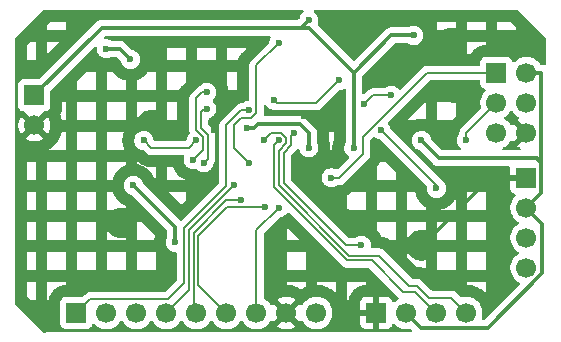
<source format=gbl>
%TF.GenerationSoftware,KiCad,Pcbnew,9.0.4*%
%TF.CreationDate,2025-09-27T02:37:13+08:00*%
%TF.ProjectId,KiCAD_Proj (MCU datalogger),4b694341-445f-4507-926f-6a20284d4355,rev?*%
%TF.SameCoordinates,Original*%
%TF.FileFunction,Copper,L2,Bot*%
%TF.FilePolarity,Positive*%
%FSLAX46Y46*%
G04 Gerber Fmt 4.6, Leading zero omitted, Abs format (unit mm)*
G04 Created by KiCad (PCBNEW 9.0.4) date 2025-09-27 02:37:13*
%MOMM*%
%LPD*%
G01*
G04 APERTURE LIST*
%TA.AperFunction,ComponentPad*%
%ADD10R,1.700000X1.700000*%
%TD*%
%TA.AperFunction,ComponentPad*%
%ADD11C,1.700000*%
%TD*%
%TA.AperFunction,ViaPad*%
%ADD12C,0.600000*%
%TD*%
%TA.AperFunction,Conductor*%
%ADD13C,0.350000*%
%TD*%
%TA.AperFunction,Conductor*%
%ADD14C,0.200000*%
%TD*%
G04 APERTURE END LIST*
D10*
%TO.P,J4,1,Pin_1*%
%TO.N,/MISO*%
X132715000Y-83185000D03*
D11*
%TO.P,J4,2,Pin_2*%
%TO.N,/Vcc*%
X135255000Y-83185000D03*
%TO.P,J4,3,Pin_3*%
%TO.N,/SCK*%
X132715000Y-85725000D03*
%TO.P,J4,4,Pin_4*%
%TO.N,/MOSI*%
X135255000Y-85725000D03*
%TO.P,J4,5,Pin_5*%
%TO.N,/RESET*%
X132715000Y-88265000D03*
%TO.P,J4,6,Pin_6*%
%TO.N,GND*%
X135255000Y-88265000D03*
%TD*%
D10*
%TO.P,J3,1,Pin_1*%
%TO.N,GND*%
X122555000Y-103505000D03*
D11*
%TO.P,J3,2,Pin_2*%
%TO.N,/Vcc*%
X125095000Y-103505000D03*
%TO.P,J3,3,Pin_3*%
%TO.N,/RX*%
X127635000Y-103505000D03*
%TO.P,J3,4,Pin_4*%
%TO.N,/TX*%
X130175000Y-103505000D03*
%TD*%
D10*
%TO.P,J1,1,Pin_1*%
%TO.N,GND*%
X135255000Y-92075000D03*
D11*
%TO.P,J1,2,Pin_2*%
%TO.N,/Vcc*%
X135255000Y-94615000D03*
%TO.P,J1,3,Pin_3*%
%TO.N,/SDA*%
X135255000Y-97155000D03*
%TO.P,J1,4,Pin_4*%
%TO.N,/SCK*%
X135255000Y-99695000D03*
%TD*%
D10*
%TO.P,BT1,1,+*%
%TO.N,/Vcc*%
X93599000Y-85090000D03*
D11*
%TO.P,BT1,2,-*%
%TO.N,GND*%
X93599000Y-87630000D03*
%TD*%
D10*
%TO.P,J2,1,Pin_1*%
%TO.N,/D2*%
X97155000Y-103505000D03*
D11*
%TO.P,J2,2,Pin_2*%
%TO.N,/D3*%
X99695000Y-103505000D03*
%TO.P,J2,3,Pin_3*%
%TO.N,/D4*%
X102235000Y-103505000D03*
%TO.P,J2,4,Pin_4*%
%TO.N,/D5*%
X104775000Y-103505000D03*
%TO.P,J2,5,Pin_5*%
%TO.N,/D6*%
X107315000Y-103505000D03*
%TO.P,J2,6,Pin_6*%
%TO.N,/D7*%
X109855000Y-103505000D03*
%TO.P,J2,7,Pin_7*%
%TO.N,/D8*%
X112395000Y-103505000D03*
%TO.P,J2,8,Pin_8*%
%TO.N,GND*%
X114935000Y-103505000D03*
%TO.P,J2,9,Pin_9*%
%TO.N,/Vcc*%
X117475000Y-103505000D03*
%TD*%
D12*
%TO.N,/Vcc*%
X126365000Y-88900000D03*
X111633000Y-87865000D03*
X116840000Y-78740000D03*
X99695000Y-81153000D03*
X101727000Y-82042000D03*
X125730000Y-80010000D03*
X120650000Y-89535000D03*
X101981000Y-92710000D03*
X105537000Y-97536000D03*
X116840000Y-89535000D03*
%TO.N,GND*%
X119634000Y-95885000D03*
X116459000Y-86868000D03*
X126365000Y-97790000D03*
X124737500Y-81026000D03*
X120650000Y-80010000D03*
X103505000Y-87630000D03*
X100965000Y-95885000D03*
X128905000Y-80645000D03*
X115824000Y-90678000D03*
X118618000Y-99045000D03*
X108822606Y-88037411D03*
X129286000Y-84455000D03*
%TO.N,Net-(U4-PB7)*%
X114300000Y-80645000D03*
X111760000Y-90805000D03*
%TO.N,Net-(U4-AREF)*%
X115570000Y-88265000D03*
X121285000Y-97790000D03*
%TO.N,/SCK*%
X130175000Y-88900000D03*
X107315000Y-88900000D03*
X102870000Y-88900000D03*
%TO.N,/SDA*%
X127635000Y-92964000D03*
X122912500Y-87987500D03*
%TO.N,/D4*%
X108204000Y-86233000D03*
X107950000Y-90805000D03*
%TO.N,/D5*%
X110490000Y-92710000D03*
%TO.N,/D8*%
X114300000Y-94615000D03*
%TO.N,/D3*%
X107061000Y-90551000D03*
X108204000Y-84836000D03*
%TO.N,/D2*%
X111760000Y-86360000D03*
%TO.N,/D7*%
X113100000Y-94545000D03*
%TO.N,/D6*%
X111125000Y-93980000D03*
%TO.N,/RX*%
X114300000Y-88900000D03*
%TO.N,/TX*%
X113030000Y-88900000D03*
%TO.N,/RESET*%
X121539000Y-85852000D03*
X119380000Y-83820000D03*
X123825000Y-85090000D03*
X113900000Y-85490000D03*
%TO.N,/MISO*%
X118745000Y-92075000D03*
%TD*%
D13*
%TO.N,/Vcc*%
X136611000Y-100143537D02*
X136611000Y-95971000D01*
X136531000Y-88793537D02*
X136525000Y-88799537D01*
X136525000Y-86259537D02*
X136525000Y-87730463D01*
X111633000Y-87865000D02*
X112160000Y-87865000D01*
X105537000Y-96266000D02*
X101981000Y-92710000D01*
X136531000Y-87736463D02*
X136531000Y-88793537D01*
X123825000Y-80010000D02*
X120650000Y-83185000D01*
X136611000Y-95971000D02*
X135255000Y-94615000D01*
X136525000Y-88799537D02*
X136525000Y-90793000D01*
X125095000Y-103505000D02*
X126371000Y-104781000D01*
X136525000Y-87730463D02*
X136531000Y-87736463D01*
X136531000Y-85196463D02*
X136531000Y-86253537D01*
X116840000Y-88265000D02*
X116840000Y-89535000D01*
X116840000Y-78740000D02*
X116205000Y-79375000D01*
X136525000Y-85190463D02*
X136531000Y-85196463D01*
X125730000Y-80010000D02*
X123825000Y-80010000D01*
X120650000Y-83185000D02*
X120650000Y-89535000D01*
X127889000Y-90424000D02*
X126365000Y-88900000D01*
X112522000Y-87503000D02*
X116078000Y-87503000D01*
X120650000Y-83185000D02*
X116840000Y-79375000D01*
X136531000Y-93339000D02*
X136531000Y-90799000D01*
X136531000Y-86253537D02*
X136525000Y-86259537D01*
X112160000Y-87865000D02*
X112522000Y-87503000D01*
X116078000Y-87503000D02*
X116840000Y-88265000D01*
X136525000Y-83185000D02*
X136525000Y-85190463D01*
X135255000Y-83185000D02*
X136525000Y-83185000D01*
X99314000Y-79375000D02*
X93599000Y-85090000D01*
X99695000Y-81153000D02*
X100838000Y-81153000D01*
X126371000Y-104781000D02*
X131973537Y-104781000D01*
X136531000Y-90799000D02*
X136156000Y-90424000D01*
X135255000Y-94615000D02*
X136531000Y-93339000D01*
X116205000Y-79375000D02*
X99314000Y-79375000D01*
X100838000Y-81153000D02*
X101727000Y-82042000D01*
X136156000Y-90424000D02*
X127889000Y-90424000D01*
X131973537Y-104781000D02*
X136611000Y-100143537D01*
X116840000Y-79375000D02*
X116205000Y-79375000D01*
X136525000Y-90793000D02*
X136531000Y-90799000D01*
X105537000Y-97536000D02*
X105537000Y-96266000D01*
%TO.N,GND*%
X126365000Y-97790000D02*
X126492000Y-97790000D01*
X132207000Y-92075000D02*
X135255000Y-92075000D01*
X126492000Y-97790000D02*
X132207000Y-92075000D01*
D14*
%TO.N,Net-(U4-PB7)*%
X111125000Y-86995000D02*
X111974943Y-86995000D01*
X110490000Y-89535000D02*
X110490000Y-87630000D01*
X112395000Y-86574943D02*
X112395000Y-82550000D01*
X112395000Y-82550000D02*
X114300000Y-80645000D01*
X111760000Y-90805000D02*
X110490000Y-89535000D01*
X110490000Y-87630000D02*
X111125000Y-86995000D01*
X111974943Y-86995000D02*
X112395000Y-86574943D01*
%TO.N,Net-(U4-AREF)*%
X115326021Y-88508979D02*
X115336000Y-88518957D01*
X115336000Y-88518957D02*
X115336000Y-89320100D01*
X115570000Y-88265000D02*
X115326021Y-88508979D01*
X120015000Y-97790000D02*
X121285000Y-97790000D01*
X114701000Y-89955100D02*
X114701000Y-92476000D01*
X114701000Y-92476000D02*
X120015000Y-97790000D01*
X115336000Y-89320100D02*
X114701000Y-89955100D01*
%TO.N,/SCK*%
X106680000Y-89535000D02*
X107315000Y-88900000D01*
X102870000Y-88900000D02*
X103505000Y-89535000D01*
X130175000Y-88265000D02*
X130175000Y-88900000D01*
X132715000Y-85725000D02*
X130175000Y-88265000D01*
X103505000Y-89535000D02*
X106680000Y-89535000D01*
%TO.N,/SDA*%
X127635000Y-92710000D02*
X127635000Y-92964000D01*
X122912500Y-87987500D02*
X127635000Y-92710000D01*
%TO.N,/D4*%
X107716000Y-87844900D02*
X108317000Y-88445900D01*
X107716000Y-86467000D02*
X107716000Y-87844900D01*
X108317000Y-90438000D02*
X107950000Y-90805000D01*
X108204000Y-86233000D02*
X107950000Y-86233000D01*
X107950000Y-86233000D02*
X107716000Y-86467000D01*
X108317000Y-88445900D02*
X108317000Y-90438000D01*
%TO.N,/D5*%
X106680000Y-101600000D02*
X104775000Y-103505000D01*
X106680000Y-96520000D02*
X106680000Y-101600000D01*
X110490000Y-92710000D02*
X106680000Y-96520000D01*
%TO.N,/D8*%
X112395000Y-96520000D02*
X112395000Y-103505000D01*
X114300000Y-94615000D02*
X112395000Y-96520000D01*
%TO.N,/D3*%
X107823000Y-84836000D02*
X107315000Y-85344000D01*
X107916000Y-89696000D02*
X107061000Y-90551000D01*
X108204000Y-84836000D02*
X107823000Y-84836000D01*
X107916000Y-88612000D02*
X107916000Y-89696000D01*
X107315000Y-85344000D02*
X107315000Y-88011000D01*
X107315000Y-88011000D02*
X107916000Y-88612000D01*
%TO.N,/D2*%
X106279000Y-100985000D02*
X104910000Y-102354000D01*
X111760000Y-86360000D02*
X111125000Y-86360000D01*
X98306000Y-102354000D02*
X97155000Y-103505000D01*
X104910000Y-102354000D02*
X98306000Y-102354000D01*
X109855000Y-87630000D02*
X109855000Y-92777900D01*
X106279000Y-96353900D02*
X106279000Y-100985000D01*
X109855000Y-92777900D02*
X106279000Y-96353900D01*
X111125000Y-86360000D02*
X109855000Y-87630000D01*
%TO.N,/D7*%
X107482000Y-96988000D02*
X109889000Y-94581000D01*
X113064000Y-94581000D02*
X113100000Y-94545000D01*
X109889000Y-94581000D02*
X113064000Y-94581000D01*
X109855000Y-103505000D02*
X107482000Y-101132000D01*
X107482000Y-101132000D02*
X107482000Y-96988000D01*
%TO.N,/D6*%
X109855000Y-93980000D02*
X107081000Y-96754000D01*
X107081000Y-96754000D02*
X107081000Y-103271000D01*
X111125000Y-93980000D02*
X109855000Y-93980000D01*
X107081000Y-103271000D02*
X107315000Y-103505000D01*
%TO.N,/RX*%
X114300000Y-88900000D02*
X113899000Y-89301000D01*
X125857000Y-101727000D02*
X127635000Y-103505000D01*
X124841000Y-101727000D02*
X125857000Y-101727000D01*
X122174000Y-99060000D02*
X124841000Y-101727000D01*
X120082900Y-99060000D02*
X122174000Y-99060000D01*
X113899000Y-92876100D02*
X120082900Y-99060000D01*
X113899000Y-89301000D02*
X113899000Y-92876100D01*
%TO.N,/TX*%
X125349000Y-101219000D02*
X125984000Y-101219000D01*
X114935000Y-89154000D02*
X114300000Y-89789000D01*
X114935000Y-88685057D02*
X114935000Y-89154000D01*
X128905000Y-102235000D02*
X130175000Y-103505000D01*
X125984000Y-101219000D02*
X127000000Y-102235000D01*
X113665000Y-88265000D02*
X114514943Y-88265000D01*
X114514943Y-88265000D02*
X114935000Y-88685057D01*
X122789000Y-98659000D02*
X125349000Y-101219000D01*
X120249000Y-98659000D02*
X122789000Y-98659000D01*
X114300000Y-89789000D02*
X114300000Y-92710000D01*
X114300000Y-92710000D02*
X120249000Y-98659000D01*
X127000000Y-102235000D02*
X128905000Y-102235000D01*
X113030000Y-88900000D02*
X113665000Y-88265000D01*
%TO.N,/RESET*%
X117475000Y-85725000D02*
X119380000Y-83820000D01*
X121539000Y-85852000D02*
X122301000Y-85090000D01*
X114135000Y-85725000D02*
X117475000Y-85725000D01*
X122301000Y-85090000D02*
X123825000Y-85090000D01*
X113900000Y-85490000D02*
X114135000Y-85725000D01*
%TO.N,/MISO*%
X126865057Y-83185000D02*
X132715000Y-83185000D01*
X121412000Y-90043000D02*
X121412000Y-88638057D01*
X119380000Y-92075000D02*
X121412000Y-90043000D01*
X121412000Y-88638057D02*
X126865057Y-83185000D01*
X118745000Y-92075000D02*
X119380000Y-92075000D01*
%TD*%
%TA.AperFunction,Conductor*%
%TO.N,GND*%
G36*
X94476929Y-77824159D02*
G01*
X94549108Y-77843500D01*
X94549110Y-77843500D01*
X116311080Y-77843500D01*
X116379201Y-77863502D01*
X116425694Y-77917158D01*
X116435798Y-77987432D01*
X116406304Y-78052012D01*
X116381083Y-78074263D01*
X116352729Y-78093209D01*
X116324609Y-78111998D01*
X116324603Y-78112003D01*
X116212003Y-78224603D01*
X116211998Y-78224609D01*
X116123517Y-78357032D01*
X116062569Y-78504171D01*
X116062568Y-78504176D01*
X116058443Y-78524912D01*
X116025535Y-78587821D01*
X116023961Y-78589423D01*
X115958790Y-78654595D01*
X115896478Y-78688620D01*
X115869694Y-78691500D01*
X99246674Y-78691500D01*
X99220416Y-78696723D01*
X99220415Y-78696724D01*
X99149892Y-78710752D01*
X99114630Y-78717766D01*
X99114627Y-78717767D01*
X99041765Y-78747948D01*
X98990241Y-78769290D01*
X98915441Y-78819269D01*
X98915441Y-78819270D01*
X98878785Y-78843762D01*
X98878289Y-78844094D01*
X98878287Y-78844096D01*
X94027790Y-83694595D01*
X93965478Y-83728621D01*
X93938695Y-83731500D01*
X92700350Y-83731500D01*
X92639803Y-83738009D01*
X92639795Y-83738011D01*
X92502797Y-83789110D01*
X92502792Y-83789112D01*
X92385738Y-83876738D01*
X92298112Y-83993792D01*
X92298110Y-83993797D01*
X92247011Y-84130795D01*
X92247009Y-84130803D01*
X92240500Y-84191350D01*
X92240500Y-85988649D01*
X92247009Y-86049196D01*
X92247011Y-86049204D01*
X92298110Y-86186202D01*
X92298112Y-86186207D01*
X92385738Y-86303261D01*
X92502792Y-86390887D01*
X92502794Y-86390888D01*
X92502796Y-86390889D01*
X92561875Y-86412924D01*
X92639795Y-86441988D01*
X92639803Y-86441990D01*
X92700350Y-86448499D01*
X92700355Y-86448499D01*
X92700362Y-86448500D01*
X92700368Y-86448500D01*
X92724519Y-86448500D01*
X92792640Y-86468502D01*
X92813614Y-86485405D01*
X93474051Y-87145842D01*
X93406007Y-87164075D01*
X93291993Y-87229901D01*
X93198901Y-87322993D01*
X93133075Y-87437007D01*
X93114842Y-87505051D01*
X92475622Y-86865831D01*
X92475621Y-86865831D01*
X92437534Y-86918253D01*
X92340493Y-87108707D01*
X92340490Y-87108713D01*
X92274440Y-87311996D01*
X92241000Y-87523126D01*
X92241000Y-87736873D01*
X92274440Y-87948003D01*
X92340490Y-88151286D01*
X92340493Y-88151292D01*
X92437535Y-88341748D01*
X92437536Y-88341750D01*
X92475620Y-88394167D01*
X92475621Y-88394168D01*
X93114841Y-87754947D01*
X93133075Y-87822993D01*
X93198901Y-87937007D01*
X93291993Y-88030099D01*
X93406007Y-88095925D01*
X93474051Y-88114157D01*
X92834831Y-88753378D01*
X92887249Y-88791463D01*
X92887251Y-88791464D01*
X93077707Y-88888506D01*
X93077713Y-88888509D01*
X93280996Y-88954559D01*
X93492126Y-88988000D01*
X93705874Y-88988000D01*
X93917003Y-88954559D01*
X94120286Y-88888509D01*
X94120292Y-88888506D01*
X94310750Y-88791463D01*
X94363167Y-88753378D01*
X94363167Y-88753376D01*
X93723948Y-88114157D01*
X93791993Y-88095925D01*
X93906007Y-88030099D01*
X93999099Y-87937007D01*
X94064925Y-87822993D01*
X94083157Y-87754948D01*
X94722376Y-88394167D01*
X94722378Y-88394167D01*
X94760463Y-88341750D01*
X94857506Y-88151292D01*
X94857509Y-88151286D01*
X94923559Y-87948003D01*
X94957000Y-87736873D01*
X94957000Y-87523126D01*
X94923559Y-87311996D01*
X94857509Y-87108713D01*
X94857506Y-87108707D01*
X94760464Y-86918251D01*
X94760463Y-86918249D01*
X94722378Y-86865831D01*
X94083157Y-87505051D01*
X94064925Y-87437007D01*
X93999099Y-87322993D01*
X93906007Y-87229901D01*
X93791993Y-87164075D01*
X93723947Y-87145841D01*
X94180818Y-86688971D01*
X95780677Y-86688971D01*
X95784723Y-86697748D01*
X95786707Y-86702283D01*
X95801948Y-86739080D01*
X95803751Y-86743689D01*
X95814106Y-86771760D01*
X95815726Y-86776431D01*
X95894088Y-87017602D01*
X95895525Y-87022340D01*
X95903650Y-87051152D01*
X95904899Y-87055938D01*
X95914196Y-87094666D01*
X95915256Y-87099499D01*
X95921092Y-87128841D01*
X95921962Y-87133709D01*
X95935292Y-87217867D01*
X96234867Y-87217867D01*
X97248867Y-87217867D01*
X98774867Y-87217867D01*
X99788867Y-87217867D01*
X101314867Y-87217867D01*
X104868867Y-87217867D01*
X105692500Y-87217867D01*
X105692500Y-85691867D01*
X104868867Y-85691867D01*
X104868867Y-87217867D01*
X101314867Y-87217867D01*
X101314867Y-87092414D01*
X102328867Y-87092414D01*
X102395480Y-86961680D01*
X102405811Y-86944822D01*
X102513689Y-86796341D01*
X102526530Y-86781307D01*
X102656307Y-86651530D01*
X102671341Y-86638689D01*
X102819822Y-86530811D01*
X102836680Y-86520480D01*
X103000208Y-86437158D01*
X103018475Y-86429592D01*
X103193025Y-86372877D01*
X103212251Y-86368261D01*
X103393524Y-86339551D01*
X103413234Y-86338000D01*
X103596766Y-86338000D01*
X103616476Y-86339551D01*
X103797749Y-86368261D01*
X103816975Y-86372877D01*
X103854867Y-86385188D01*
X103854867Y-85691867D01*
X102328867Y-85691867D01*
X102328867Y-87092414D01*
X101314867Y-87092414D01*
X101314867Y-85691867D01*
X99788867Y-85691867D01*
X99788867Y-87217867D01*
X98774867Y-87217867D01*
X98774867Y-85691867D01*
X97248867Y-85691867D01*
X97248867Y-87217867D01*
X96234867Y-87217867D01*
X96234867Y-85691867D01*
X95971500Y-85691867D01*
X95971500Y-86002208D01*
X95971455Y-86005582D01*
X95970909Y-86025966D01*
X95970774Y-86029330D01*
X95969322Y-86056442D01*
X95969096Y-86059809D01*
X95967459Y-86080156D01*
X95967143Y-86083519D01*
X95955792Y-86189106D01*
X95954706Y-86196906D01*
X95946665Y-86243861D01*
X95945095Y-86251572D01*
X95930516Y-86313261D01*
X95928467Y-86320862D01*
X95914645Y-86366421D01*
X95912127Y-86373874D01*
X95837296Y-86574499D01*
X95833856Y-86582804D01*
X95811254Y-86632300D01*
X95807228Y-86640344D01*
X95780677Y-86688971D01*
X94180818Y-86688971D01*
X94384384Y-86485405D01*
X94446697Y-86451380D01*
X94473480Y-86448500D01*
X94497632Y-86448500D01*
X94497638Y-86448500D01*
X94497645Y-86448499D01*
X94497649Y-86448499D01*
X94558196Y-86441990D01*
X94558199Y-86441989D01*
X94558201Y-86441989D01*
X94695204Y-86390889D01*
X94698686Y-86388283D01*
X94812261Y-86303261D01*
X94899887Y-86186207D01*
X94899887Y-86186206D01*
X94899889Y-86186204D01*
X94950989Y-86049201D01*
X94951644Y-86043117D01*
X94957499Y-85988649D01*
X94957500Y-85988632D01*
X94957500Y-84750305D01*
X94977502Y-84682184D01*
X94994405Y-84661210D01*
X95814858Y-83840757D01*
X97248867Y-83840757D01*
X97248867Y-84677867D01*
X98774867Y-84677867D01*
X99788867Y-84677867D01*
X101314867Y-84677867D01*
X101314867Y-83818226D01*
X101268930Y-83809089D01*
X101262895Y-83807734D01*
X101226606Y-83798644D01*
X101220647Y-83796995D01*
X101172998Y-83782541D01*
X101167123Y-83780600D01*
X101131896Y-83767995D01*
X101126128Y-83765770D01*
X101125131Y-83765357D01*
X102328867Y-83765357D01*
X102328867Y-84677867D01*
X103854867Y-84677867D01*
X104868867Y-84677867D01*
X105829745Y-84677867D01*
X105849330Y-84638153D01*
X105853217Y-84630882D01*
X105966530Y-84434618D01*
X105970883Y-84427617D01*
X105998600Y-84386135D01*
X106003404Y-84379432D01*
X106043831Y-84326747D01*
X106049061Y-84320374D01*
X106081956Y-84282864D01*
X106087593Y-84276846D01*
X106394867Y-83969572D01*
X106394867Y-83151867D01*
X104868867Y-83151867D01*
X104868867Y-84677867D01*
X103854867Y-84677867D01*
X103854867Y-83151867D01*
X103176734Y-83151867D01*
X103158457Y-83176513D01*
X103154654Y-83181387D01*
X103123068Y-83219879D01*
X103119026Y-83224565D01*
X103093888Y-83252302D01*
X103089621Y-83256783D01*
X102941783Y-83404621D01*
X102937302Y-83408888D01*
X102909565Y-83434026D01*
X102904879Y-83438068D01*
X102866387Y-83469654D01*
X102861513Y-83473457D01*
X102831479Y-83495730D01*
X102826426Y-83499288D01*
X102652616Y-83615423D01*
X102647395Y-83618730D01*
X102615312Y-83637961D01*
X102609929Y-83641011D01*
X102566017Y-83664483D01*
X102560493Y-83667263D01*
X102526669Y-83683261D01*
X102521014Y-83685768D01*
X102328867Y-83765357D01*
X101125131Y-83765357D01*
X100932986Y-83685768D01*
X100927331Y-83683261D01*
X100893507Y-83667263D01*
X100887983Y-83664483D01*
X100844071Y-83641011D01*
X100838688Y-83637961D01*
X100806605Y-83618730D01*
X100801384Y-83615423D01*
X100627574Y-83499288D01*
X100622521Y-83495730D01*
X100592487Y-83473457D01*
X100587613Y-83469654D01*
X100549121Y-83438068D01*
X100544435Y-83434026D01*
X100516698Y-83408888D01*
X100512217Y-83404621D01*
X100364379Y-83256783D01*
X100360112Y-83252302D01*
X100334974Y-83224565D01*
X100330932Y-83219879D01*
X100299346Y-83181387D01*
X100295543Y-83176513D01*
X100277266Y-83151867D01*
X99788867Y-83151867D01*
X99788867Y-84677867D01*
X98774867Y-84677867D01*
X98774867Y-83151867D01*
X97937757Y-83151867D01*
X97248867Y-83840757D01*
X95814858Y-83840757D01*
X98671405Y-80984210D01*
X98733717Y-80950184D01*
X98804532Y-80955249D01*
X98861368Y-80997796D01*
X98886179Y-81064316D01*
X98886500Y-81073305D01*
X98886500Y-81232632D01*
X98895992Y-81280349D01*
X98917570Y-81388831D01*
X98978517Y-81535968D01*
X99043760Y-81633612D01*
X99066998Y-81668390D01*
X99067003Y-81668396D01*
X99179603Y-81780996D01*
X99179609Y-81781001D01*
X99179611Y-81781003D01*
X99312032Y-81869483D01*
X99459169Y-81930430D01*
X99615370Y-81961500D01*
X99615371Y-81961500D01*
X99774629Y-81961500D01*
X99774630Y-81961500D01*
X99930831Y-81930430D01*
X100077968Y-81869483D01*
X100095550Y-81857734D01*
X100163303Y-81836520D01*
X100165552Y-81836500D01*
X100502695Y-81836500D01*
X100570816Y-81856502D01*
X100591790Y-81873405D01*
X100910959Y-82192574D01*
X100944985Y-82254886D01*
X100945442Y-82257082D01*
X100949569Y-82277827D01*
X100949570Y-82277831D01*
X101010517Y-82424968D01*
X101079206Y-82527769D01*
X101098998Y-82557390D01*
X101099003Y-82557396D01*
X101211603Y-82669996D01*
X101211609Y-82670001D01*
X101211611Y-82670003D01*
X101344032Y-82758483D01*
X101491169Y-82819430D01*
X101647370Y-82850500D01*
X101647371Y-82850500D01*
X101806629Y-82850500D01*
X101806630Y-82850500D01*
X101962831Y-82819430D01*
X102109968Y-82758483D01*
X102242389Y-82670003D01*
X102355003Y-82557389D01*
X102443483Y-82424968D01*
X102504430Y-82277831D01*
X102532270Y-82137867D01*
X104868867Y-82137867D01*
X106394867Y-82137867D01*
X107408867Y-82137867D01*
X108934867Y-82137867D01*
X109948867Y-82137867D01*
X110825695Y-82137867D01*
X110834952Y-82103318D01*
X110857109Y-82020624D01*
X110859502Y-82012735D01*
X110875537Y-81965494D01*
X110878442Y-81957776D01*
X110903856Y-81896419D01*
X110907259Y-81888907D01*
X110929329Y-81844154D01*
X110933216Y-81836883D01*
X111046531Y-81640616D01*
X111050886Y-81633612D01*
X111078603Y-81592132D01*
X111083404Y-81585433D01*
X111123830Y-81532748D01*
X111129061Y-81526374D01*
X111161956Y-81488864D01*
X111167593Y-81482846D01*
X111474867Y-81175572D01*
X111474867Y-81072500D01*
X109948867Y-81072500D01*
X109948867Y-82137867D01*
X108934867Y-82137867D01*
X108934867Y-81072500D01*
X107408867Y-81072500D01*
X107408867Y-82137867D01*
X106394867Y-82137867D01*
X106394867Y-81072500D01*
X104868867Y-81072500D01*
X104868867Y-82137867D01*
X102532270Y-82137867D01*
X102535500Y-82121630D01*
X102535500Y-81962370D01*
X102504430Y-81806169D01*
X102443483Y-81659032D01*
X102355003Y-81526611D01*
X102355001Y-81526609D01*
X102354996Y-81526603D01*
X102242396Y-81414003D01*
X102242390Y-81413998D01*
X102242389Y-81413997D01*
X102109968Y-81325517D01*
X101962831Y-81264570D01*
X101962828Y-81264569D01*
X101962827Y-81264569D01*
X101942082Y-81260442D01*
X101879174Y-81227532D01*
X101877574Y-81225959D01*
X101273708Y-80622093D01*
X101273706Y-80622091D01*
X101216537Y-80583892D01*
X101216535Y-80583890D01*
X101161759Y-80547290D01*
X101095406Y-80519806D01*
X101037372Y-80495767D01*
X101037370Y-80495766D01*
X101037369Y-80495766D01*
X100970897Y-80482544D01*
X100905321Y-80469500D01*
X100905319Y-80469500D01*
X100165552Y-80469500D01*
X100097431Y-80449498D01*
X100095550Y-80448265D01*
X100077968Y-80436517D01*
X99930831Y-80375570D01*
X99852730Y-80360035D01*
X99774632Y-80344500D01*
X99774630Y-80344500D01*
X99615370Y-80344500D01*
X99615305Y-80344500D01*
X99547184Y-80324498D01*
X99500691Y-80270842D01*
X99490587Y-80200568D01*
X99520081Y-80135988D01*
X99526210Y-80129405D01*
X99560210Y-80095405D01*
X99622522Y-80061379D01*
X99649305Y-80058500D01*
X113483783Y-80058500D01*
X113551904Y-80078502D01*
X113598397Y-80132158D01*
X113608501Y-80202432D01*
X113588550Y-80254499D01*
X113583517Y-80262030D01*
X113583517Y-80262031D01*
X113522571Y-80409167D01*
X113522570Y-80409170D01*
X113492107Y-80562314D01*
X113459199Y-80625224D01*
X113457623Y-80626827D01*
X111908083Y-82176366D01*
X111908075Y-82176376D01*
X111827969Y-82315123D01*
X111827967Y-82315128D01*
X111814402Y-82365757D01*
X111814402Y-82365758D01*
X111791696Y-82450500D01*
X111786500Y-82469890D01*
X111786500Y-85426983D01*
X111766498Y-85495104D01*
X111712842Y-85541597D01*
X111685082Y-85550562D01*
X111589223Y-85569630D01*
X111524169Y-85582570D01*
X111377032Y-85643517D01*
X111247202Y-85730265D01*
X111179451Y-85751480D01*
X111177202Y-85751500D01*
X111044888Y-85751500D01*
X110968792Y-85771889D01*
X110968792Y-85771890D01*
X110927896Y-85782848D01*
X110890127Y-85792968D01*
X110890122Y-85792970D01*
X110751375Y-85873076D01*
X110751365Y-85873084D01*
X109368083Y-87256366D01*
X109368075Y-87256376D01*
X109287970Y-87395122D01*
X109287966Y-87395133D01*
X109274880Y-87443966D01*
X109274881Y-87443967D01*
X109246500Y-87549888D01*
X109246500Y-92473661D01*
X109226498Y-92541782D01*
X109209595Y-92562756D01*
X106094078Y-95678273D01*
X106031766Y-95712299D01*
X105960951Y-95707234D01*
X105915888Y-95678273D01*
X103549482Y-93311867D01*
X104983492Y-93311867D01*
X106004983Y-94333358D01*
X106394867Y-93943474D01*
X106394867Y-93311867D01*
X104983492Y-93311867D01*
X103549482Y-93311867D01*
X102797039Y-92559424D01*
X102763013Y-92497112D01*
X102762555Y-92494909D01*
X102758430Y-92474169D01*
X102758428Y-92474166D01*
X102758428Y-92474162D01*
X102697485Y-92327036D01*
X102697483Y-92327032D01*
X102677996Y-92297867D01*
X104868867Y-92297867D01*
X106394867Y-92297867D01*
X106394867Y-92247738D01*
X106266986Y-92194768D01*
X106261331Y-92192261D01*
X106227507Y-92176263D01*
X106221983Y-92173483D01*
X106178071Y-92150011D01*
X106172688Y-92146961D01*
X106140605Y-92127730D01*
X106135384Y-92124423D01*
X105961574Y-92008288D01*
X105956521Y-92004730D01*
X105926487Y-91982457D01*
X105921613Y-91978654D01*
X105883121Y-91947068D01*
X105878435Y-91943026D01*
X105850698Y-91917888D01*
X105846217Y-91913621D01*
X105698379Y-91765783D01*
X105694112Y-91761302D01*
X105668974Y-91733565D01*
X105664932Y-91728879D01*
X105633346Y-91690387D01*
X105629543Y-91685513D01*
X105607270Y-91655479D01*
X105603712Y-91650426D01*
X105487577Y-91476616D01*
X105484270Y-91471395D01*
X105465039Y-91439312D01*
X105461989Y-91433929D01*
X105438517Y-91390017D01*
X105435737Y-91384493D01*
X105419739Y-91350669D01*
X105417232Y-91345014D01*
X105339561Y-91157500D01*
X104868867Y-91157500D01*
X104868867Y-92297867D01*
X102677996Y-92297867D01*
X102660125Y-92271121D01*
X102609003Y-92194611D01*
X102609001Y-92194609D01*
X102608996Y-92194603D01*
X102496396Y-92082003D01*
X102496390Y-92081998D01*
X102496389Y-92081997D01*
X102363968Y-91993517D01*
X102216831Y-91932570D01*
X102121567Y-91913621D01*
X102060632Y-91901500D01*
X102060630Y-91901500D01*
X101901370Y-91901500D01*
X101901367Y-91901500D01*
X101784219Y-91924802D01*
X101745169Y-91932570D01*
X101633914Y-91978654D01*
X101598032Y-91993517D01*
X101465609Y-92081998D01*
X101465603Y-92082003D01*
X101353003Y-92194603D01*
X101352998Y-92194609D01*
X101292727Y-92284812D01*
X101264517Y-92327032D01*
X101203781Y-92473661D01*
X101203571Y-92474167D01*
X101203570Y-92474170D01*
X101172500Y-92630367D01*
X101172500Y-92789632D01*
X101188035Y-92867730D01*
X101203570Y-92945831D01*
X101264517Y-93092968D01*
X101335919Y-93199829D01*
X101352998Y-93225390D01*
X101353003Y-93225396D01*
X101465603Y-93337996D01*
X101465609Y-93338001D01*
X101465611Y-93338003D01*
X101545526Y-93391400D01*
X101598032Y-93426483D01*
X101598036Y-93426485D01*
X101745162Y-93487428D01*
X101745166Y-93487428D01*
X101745169Y-93487430D01*
X101765910Y-93491555D01*
X101828819Y-93524462D01*
X101830424Y-93526039D01*
X104816595Y-96512210D01*
X104850621Y-96574522D01*
X104853500Y-96601305D01*
X104853500Y-97065447D01*
X104833498Y-97133568D01*
X104832266Y-97135448D01*
X104820517Y-97153031D01*
X104799760Y-97203143D01*
X104770158Y-97274609D01*
X104759571Y-97300167D01*
X104759570Y-97300170D01*
X104728500Y-97456367D01*
X104728500Y-97456370D01*
X104728500Y-97615630D01*
X104759570Y-97771831D01*
X104820517Y-97918968D01*
X104908403Y-98050500D01*
X104908998Y-98051390D01*
X104909003Y-98051396D01*
X105021603Y-98163996D01*
X105021609Y-98164001D01*
X105021611Y-98164003D01*
X105154032Y-98252483D01*
X105301169Y-98313430D01*
X105457370Y-98344500D01*
X105457371Y-98344500D01*
X105544500Y-98344500D01*
X105612621Y-98364502D01*
X105659114Y-98418158D01*
X105670500Y-98470500D01*
X105670500Y-100680761D01*
X105650498Y-100748882D01*
X105633595Y-100769856D01*
X104694856Y-101708595D01*
X104632544Y-101742621D01*
X104605761Y-101745500D01*
X98225889Y-101745500D01*
X98074621Y-101786032D01*
X98074614Y-101786034D01*
X98071128Y-101786967D01*
X97932376Y-101867075D01*
X97932370Y-101867080D01*
X97844795Y-101954656D01*
X97689854Y-102109596D01*
X97627544Y-102143620D01*
X97600761Y-102146500D01*
X96256350Y-102146500D01*
X96195803Y-102153009D01*
X96195795Y-102153011D01*
X96058797Y-102204110D01*
X96058792Y-102204112D01*
X95941738Y-102291738D01*
X95854112Y-102408792D01*
X95854110Y-102408797D01*
X95803011Y-102545795D01*
X95803009Y-102545803D01*
X95796500Y-102606350D01*
X95796500Y-104403649D01*
X95803009Y-104464196D01*
X95803011Y-104464204D01*
X95854110Y-104601202D01*
X95854112Y-104601207D01*
X95941738Y-104718261D01*
X96058792Y-104805887D01*
X96058794Y-104805888D01*
X96058796Y-104805889D01*
X96117875Y-104827924D01*
X96195795Y-104856988D01*
X96195803Y-104856990D01*
X96256350Y-104863499D01*
X96256355Y-104863499D01*
X96256362Y-104863500D01*
X96256368Y-104863500D01*
X98053632Y-104863500D01*
X98053638Y-104863500D01*
X98053645Y-104863499D01*
X98053649Y-104863499D01*
X98114196Y-104856990D01*
X98114199Y-104856989D01*
X98114201Y-104856989D01*
X98251204Y-104805889D01*
X98251799Y-104805444D01*
X98368261Y-104718261D01*
X98455887Y-104601207D01*
X98455887Y-104601206D01*
X98455889Y-104601204D01*
X98499869Y-104483288D01*
X98542414Y-104426456D01*
X98608934Y-104401645D01*
X98678308Y-104416736D01*
X98707018Y-104438229D01*
X98809990Y-104541201D01*
X98809993Y-104541203D01*
X98809996Y-104541206D01*
X98982991Y-104666894D01*
X99173517Y-104763972D01*
X99376878Y-104830047D01*
X99376879Y-104830047D01*
X99376884Y-104830049D01*
X99588084Y-104863500D01*
X99588087Y-104863500D01*
X99801913Y-104863500D01*
X99801916Y-104863500D01*
X100013116Y-104830049D01*
X100216483Y-104763972D01*
X100407009Y-104666894D01*
X100580004Y-104541206D01*
X100731206Y-104390004D01*
X100856894Y-104217009D01*
X100856899Y-104216997D01*
X100857561Y-104215920D01*
X100857924Y-104215591D01*
X100859804Y-104213004D01*
X100860347Y-104213398D01*
X100910204Y-104168283D01*
X100980244Y-104156670D01*
X101045445Y-104184766D01*
X101070021Y-104213130D01*
X101070196Y-104213004D01*
X101071668Y-104215030D01*
X101072439Y-104215920D01*
X101073104Y-104217006D01*
X101073106Y-104217009D01*
X101198794Y-104390004D01*
X101198796Y-104390006D01*
X101198798Y-104390009D01*
X101349990Y-104541201D01*
X101349993Y-104541203D01*
X101349996Y-104541206D01*
X101522991Y-104666894D01*
X101713517Y-104763972D01*
X101916878Y-104830047D01*
X101916879Y-104830047D01*
X101916884Y-104830049D01*
X102128084Y-104863500D01*
X102128087Y-104863500D01*
X102341913Y-104863500D01*
X102341916Y-104863500D01*
X102553116Y-104830049D01*
X102756483Y-104763972D01*
X102947009Y-104666894D01*
X103120004Y-104541206D01*
X103271206Y-104390004D01*
X103396894Y-104217009D01*
X103396899Y-104216997D01*
X103397561Y-104215920D01*
X103397924Y-104215591D01*
X103399804Y-104213004D01*
X103400347Y-104213398D01*
X103450204Y-104168283D01*
X103520244Y-104156670D01*
X103585445Y-104184766D01*
X103610021Y-104213130D01*
X103610196Y-104213004D01*
X103611668Y-104215030D01*
X103612439Y-104215920D01*
X103613104Y-104217006D01*
X103613106Y-104217009D01*
X103738794Y-104390004D01*
X103738796Y-104390006D01*
X103738798Y-104390009D01*
X103889990Y-104541201D01*
X103889993Y-104541203D01*
X103889996Y-104541206D01*
X104062991Y-104666894D01*
X104253517Y-104763972D01*
X104456878Y-104830047D01*
X104456879Y-104830047D01*
X104456884Y-104830049D01*
X104668084Y-104863500D01*
X104668087Y-104863500D01*
X104881913Y-104863500D01*
X104881916Y-104863500D01*
X105093116Y-104830049D01*
X105296483Y-104763972D01*
X105487009Y-104666894D01*
X105660004Y-104541206D01*
X105811206Y-104390004D01*
X105936894Y-104217009D01*
X105936899Y-104216997D01*
X105937561Y-104215920D01*
X105937924Y-104215591D01*
X105939804Y-104213004D01*
X105940347Y-104213398D01*
X105990204Y-104168283D01*
X106060244Y-104156670D01*
X106125445Y-104184766D01*
X106150021Y-104213130D01*
X106150196Y-104213004D01*
X106151668Y-104215030D01*
X106152439Y-104215920D01*
X106153104Y-104217006D01*
X106153106Y-104217009D01*
X106278794Y-104390004D01*
X106278796Y-104390006D01*
X106278798Y-104390009D01*
X106429990Y-104541201D01*
X106429993Y-104541203D01*
X106429996Y-104541206D01*
X106602991Y-104666894D01*
X106793517Y-104763972D01*
X106996878Y-104830047D01*
X106996879Y-104830047D01*
X106996884Y-104830049D01*
X107208084Y-104863500D01*
X107208087Y-104863500D01*
X107421913Y-104863500D01*
X107421916Y-104863500D01*
X107633116Y-104830049D01*
X107836483Y-104763972D01*
X108027009Y-104666894D01*
X108200004Y-104541206D01*
X108351206Y-104390004D01*
X108476894Y-104217009D01*
X108476899Y-104216997D01*
X108477561Y-104215920D01*
X108477924Y-104215591D01*
X108479804Y-104213004D01*
X108480347Y-104213398D01*
X108530204Y-104168283D01*
X108600244Y-104156670D01*
X108665445Y-104184766D01*
X108690021Y-104213130D01*
X108690196Y-104213004D01*
X108691668Y-104215030D01*
X108692439Y-104215920D01*
X108693104Y-104217006D01*
X108693106Y-104217009D01*
X108818794Y-104390004D01*
X108818796Y-104390006D01*
X108818798Y-104390009D01*
X108969990Y-104541201D01*
X108969993Y-104541203D01*
X108969996Y-104541206D01*
X109142991Y-104666894D01*
X109333517Y-104763972D01*
X109536878Y-104830047D01*
X109536879Y-104830047D01*
X109536884Y-104830049D01*
X109748084Y-104863500D01*
X109748087Y-104863500D01*
X109961913Y-104863500D01*
X109961916Y-104863500D01*
X110173116Y-104830049D01*
X110376483Y-104763972D01*
X110567009Y-104666894D01*
X110740004Y-104541206D01*
X110891206Y-104390004D01*
X111016894Y-104217009D01*
X111016899Y-104216997D01*
X111017561Y-104215920D01*
X111017924Y-104215591D01*
X111019804Y-104213004D01*
X111020347Y-104213398D01*
X111070204Y-104168283D01*
X111140244Y-104156670D01*
X111205445Y-104184766D01*
X111230021Y-104213130D01*
X111230196Y-104213004D01*
X111231668Y-104215030D01*
X111232439Y-104215920D01*
X111233104Y-104217006D01*
X111233106Y-104217009D01*
X111358794Y-104390004D01*
X111358796Y-104390006D01*
X111358798Y-104390009D01*
X111509990Y-104541201D01*
X111509993Y-104541203D01*
X111509996Y-104541206D01*
X111682991Y-104666894D01*
X111873517Y-104763972D01*
X112076878Y-104830047D01*
X112076879Y-104830047D01*
X112076884Y-104830049D01*
X112288084Y-104863500D01*
X112288087Y-104863500D01*
X112501913Y-104863500D01*
X112501916Y-104863500D01*
X112713116Y-104830049D01*
X112916483Y-104763972D01*
X113107009Y-104666894D01*
X113280004Y-104541206D01*
X113431206Y-104390004D01*
X113556894Y-104217009D01*
X113556902Y-104216992D01*
X113557854Y-104215441D01*
X113558377Y-104214967D01*
X113559804Y-104213004D01*
X113560216Y-104213303D01*
X113610497Y-104167804D01*
X113680537Y-104156189D01*
X113745738Y-104184285D01*
X113770485Y-104212842D01*
X113770624Y-104212742D01*
X113771794Y-104214353D01*
X113772726Y-104215428D01*
X113773536Y-104216750D01*
X113811620Y-104269167D01*
X113811621Y-104269168D01*
X114450841Y-103629947D01*
X114469075Y-103697993D01*
X114534901Y-103812007D01*
X114627993Y-103905099D01*
X114742007Y-103970925D01*
X114810051Y-103989157D01*
X114170831Y-104628378D01*
X114223249Y-104666463D01*
X114223251Y-104666464D01*
X114413707Y-104763506D01*
X114413713Y-104763509D01*
X114616996Y-104829559D01*
X114828126Y-104863000D01*
X115041874Y-104863000D01*
X115253003Y-104829559D01*
X115456286Y-104763509D01*
X115456292Y-104763506D01*
X115646750Y-104666463D01*
X115699167Y-104628378D01*
X115699167Y-104628376D01*
X115059948Y-103989157D01*
X115127993Y-103970925D01*
X115242007Y-103905099D01*
X115335099Y-103812007D01*
X115400925Y-103697993D01*
X115419157Y-103629948D01*
X116058376Y-104269167D01*
X116058378Y-104269167D01*
X116096459Y-104216756D01*
X116097259Y-104215451D01*
X116097694Y-104215057D01*
X116099377Y-104212741D01*
X116099863Y-104213094D01*
X116149897Y-104167809D01*
X116219936Y-104156188D01*
X116285140Y-104184278D01*
X116310097Y-104213075D01*
X116310196Y-104213004D01*
X116311025Y-104214145D01*
X116312136Y-104215427D01*
X116313103Y-104217006D01*
X116388518Y-104320806D01*
X116438794Y-104390004D01*
X116438796Y-104390006D01*
X116438798Y-104390009D01*
X116589990Y-104541201D01*
X116589993Y-104541203D01*
X116589996Y-104541206D01*
X116762991Y-104666894D01*
X116953517Y-104763972D01*
X117156878Y-104830047D01*
X117156879Y-104830047D01*
X117156884Y-104830049D01*
X117368084Y-104863500D01*
X117368087Y-104863500D01*
X117581913Y-104863500D01*
X117581916Y-104863500D01*
X117793116Y-104830049D01*
X117996483Y-104763972D01*
X118187009Y-104666894D01*
X118360004Y-104541206D01*
X118511206Y-104390004D01*
X118636894Y-104217009D01*
X118733972Y-104026483D01*
X118800049Y-103823116D01*
X118833500Y-103611916D01*
X118833500Y-103398084D01*
X118800049Y-103186884D01*
X118733972Y-102983517D01*
X118636894Y-102792991D01*
X118511206Y-102619996D01*
X118511203Y-102619993D01*
X118511201Y-102619990D01*
X118360009Y-102468798D01*
X118360006Y-102468796D01*
X118360004Y-102468794D01*
X118344964Y-102457867D01*
X120108867Y-102457867D01*
X120193126Y-102457867D01*
X120198704Y-102405996D01*
X120199789Y-102398204D01*
X120207824Y-102351274D01*
X120209394Y-102343561D01*
X120223970Y-102281877D01*
X120226019Y-102274276D01*
X120239844Y-102228702D01*
X120242362Y-102221247D01*
X120317144Y-102020747D01*
X120320586Y-102012439D01*
X120343190Y-101962941D01*
X120347214Y-101954900D01*
X120381935Y-101891307D01*
X120386526Y-101883569D01*
X120415961Y-101837766D01*
X120421092Y-101830376D01*
X120552058Y-101655426D01*
X120557702Y-101648422D01*
X120593345Y-101607288D01*
X120599474Y-101600706D01*
X120650706Y-101549474D01*
X120657288Y-101543345D01*
X120698422Y-101507702D01*
X120705426Y-101502058D01*
X120880376Y-101371092D01*
X120887766Y-101365961D01*
X120933569Y-101336526D01*
X120941307Y-101331935D01*
X121004900Y-101297214D01*
X121012941Y-101293190D01*
X121062439Y-101270586D01*
X121070747Y-101267144D01*
X121271247Y-101192362D01*
X121278702Y-101189844D01*
X121324276Y-101176019D01*
X121331877Y-101173970D01*
X121393561Y-101159394D01*
X121401274Y-101157824D01*
X121448204Y-101149789D01*
X121455996Y-101148704D01*
X121561514Y-101137358D01*
X121564878Y-101137042D01*
X121585232Y-101135404D01*
X121588602Y-101135178D01*
X121615718Y-101133726D01*
X121619081Y-101133591D01*
X121634867Y-101133168D01*
X121634867Y-100931867D01*
X120108867Y-100931867D01*
X120108867Y-102457867D01*
X118344964Y-102457867D01*
X118198251Y-102351274D01*
X118187012Y-102343108D01*
X118187011Y-102343107D01*
X118187009Y-102343106D01*
X117996483Y-102246028D01*
X117996480Y-102246027D01*
X117996478Y-102246026D01*
X117793120Y-102179952D01*
X117793123Y-102179952D01*
X117753801Y-102173724D01*
X117581916Y-102146500D01*
X117368084Y-102146500D01*
X117156884Y-102179951D01*
X117156878Y-102179952D01*
X116953521Y-102246026D01*
X116953515Y-102246029D01*
X116762987Y-102343108D01*
X116589993Y-102468796D01*
X116589990Y-102468798D01*
X116438798Y-102619990D01*
X116438796Y-102619993D01*
X116313100Y-102792998D01*
X116312131Y-102794580D01*
X116311606Y-102795054D01*
X116310196Y-102796996D01*
X116309787Y-102796699D01*
X116259479Y-102842206D01*
X116189437Y-102853807D01*
X116124242Y-102825697D01*
X116099514Y-102797157D01*
X116099376Y-102797258D01*
X116098199Y-102795639D01*
X116097270Y-102794566D01*
X116096461Y-102793247D01*
X116058378Y-102740831D01*
X115419157Y-103380051D01*
X115400925Y-103312007D01*
X115335099Y-103197993D01*
X115242007Y-103104901D01*
X115127993Y-103039075D01*
X115059947Y-103020841D01*
X115699168Y-102381621D01*
X115699167Y-102381620D01*
X115646750Y-102343536D01*
X115646748Y-102343535D01*
X115456292Y-102246493D01*
X115456286Y-102246490D01*
X115253003Y-102180440D01*
X115041874Y-102147000D01*
X114828126Y-102147000D01*
X114616996Y-102180440D01*
X114413713Y-102246490D01*
X114413707Y-102246493D01*
X114223253Y-102343534D01*
X114170831Y-102381621D01*
X114170831Y-102381622D01*
X114810051Y-103020842D01*
X114742007Y-103039075D01*
X114627993Y-103104901D01*
X114534901Y-103197993D01*
X114469075Y-103312007D01*
X114450842Y-103380051D01*
X113811622Y-102740831D01*
X113811621Y-102740831D01*
X113773528Y-102793261D01*
X113772724Y-102794574D01*
X113772288Y-102794967D01*
X113770624Y-102797259D01*
X113770142Y-102796909D01*
X113720075Y-102842203D01*
X113650033Y-102853807D01*
X113584836Y-102825702D01*
X113559901Y-102796924D01*
X113559804Y-102796996D01*
X113558975Y-102795855D01*
X113557859Y-102794567D01*
X113556899Y-102793001D01*
X113556894Y-102792991D01*
X113431206Y-102619996D01*
X113431203Y-102619993D01*
X113431201Y-102619990D01*
X113280009Y-102468798D01*
X113280006Y-102468796D01*
X113280004Y-102468794D01*
X113160022Y-102381622D01*
X113107011Y-102343107D01*
X113072295Y-102325418D01*
X113020681Y-102276669D01*
X113003500Y-102213152D01*
X113003500Y-101133000D01*
X115028867Y-101133000D01*
X115061796Y-101133000D01*
X115066746Y-101133097D01*
X115096659Y-101134273D01*
X115101595Y-101134564D01*
X115141300Y-101137689D01*
X115146225Y-101138174D01*
X115175938Y-101141691D01*
X115180838Y-101142369D01*
X115431291Y-101182038D01*
X115436159Y-101182908D01*
X115465501Y-101188744D01*
X115470334Y-101189804D01*
X115509062Y-101199101D01*
X115513848Y-101200350D01*
X115542660Y-101208475D01*
X115547398Y-101209912D01*
X115788569Y-101288274D01*
X115793240Y-101289894D01*
X115821311Y-101300249D01*
X115825920Y-101302052D01*
X115862717Y-101317293D01*
X115867252Y-101319277D01*
X115894438Y-101331810D01*
X115898890Y-101333969D01*
X116124839Y-101449095D01*
X116129205Y-101451429D01*
X116155320Y-101466055D01*
X116159586Y-101468555D01*
X116193548Y-101489367D01*
X116197715Y-101492035D01*
X116204548Y-101496601D01*
X116212043Y-101491594D01*
X116216210Y-101488926D01*
X116250170Y-101468116D01*
X116254440Y-101465614D01*
X116280544Y-101450996D01*
X116284904Y-101448665D01*
X116510917Y-101333505D01*
X116515369Y-101331346D01*
X116542555Y-101318813D01*
X116547091Y-101316829D01*
X116554867Y-101313608D01*
X116554867Y-101132500D01*
X117568867Y-101132500D01*
X117601835Y-101132500D01*
X117606785Y-101132597D01*
X117636698Y-101133773D01*
X117641634Y-101134064D01*
X117681339Y-101137189D01*
X117686264Y-101137674D01*
X117715977Y-101141191D01*
X117720877Y-101141869D01*
X117971402Y-101181549D01*
X117976269Y-101182418D01*
X118005603Y-101188252D01*
X118010434Y-101189312D01*
X118049162Y-101198608D01*
X118053953Y-101199858D01*
X118082774Y-101207986D01*
X118087510Y-101209423D01*
X118328761Y-101287809D01*
X118333436Y-101289430D01*
X118361507Y-101299786D01*
X118366111Y-101301588D01*
X118402909Y-101316829D01*
X118407445Y-101318813D01*
X118434631Y-101331346D01*
X118439083Y-101333505D01*
X118665096Y-101448665D01*
X118669456Y-101450996D01*
X118695560Y-101465614D01*
X118699830Y-101468116D01*
X118733790Y-101488926D01*
X118737957Y-101491594D01*
X118762848Y-101508225D01*
X118766909Y-101511055D01*
X118972125Y-101660154D01*
X118976067Y-101663138D01*
X118999561Y-101681658D01*
X119003386Y-101684796D01*
X119033673Y-101710662D01*
X119037372Y-101713950D01*
X119059357Y-101734272D01*
X119062925Y-101737703D01*
X119094867Y-101769645D01*
X119094867Y-100931867D01*
X117568867Y-100931867D01*
X117568867Y-101132500D01*
X116554867Y-101132500D01*
X116554867Y-100931867D01*
X115028867Y-100931867D01*
X115028867Y-101133000D01*
X113003500Y-101133000D01*
X113003500Y-99917867D01*
X115028867Y-99917867D01*
X116554867Y-99917867D01*
X116554867Y-98391867D01*
X115028867Y-98391867D01*
X115028867Y-99917867D01*
X113003500Y-99917867D01*
X113003500Y-97377867D01*
X115028867Y-97377867D01*
X116106207Y-97377867D01*
X115028867Y-96300526D01*
X115028867Y-97377867D01*
X113003500Y-97377867D01*
X113003500Y-96824239D01*
X113023502Y-96756118D01*
X113040405Y-96735144D01*
X113656755Y-96118794D01*
X114318174Y-95457374D01*
X114380484Y-95423351D01*
X114382672Y-95422894D01*
X114535831Y-95392430D01*
X114682968Y-95331483D01*
X114815389Y-95243003D01*
X114928003Y-95130389D01*
X114988800Y-95039397D01*
X115043274Y-94993873D01*
X115113717Y-94985024D01*
X115177761Y-95015665D01*
X115182658Y-95020307D01*
X119709265Y-99546915D01*
X119709270Y-99546919D01*
X119709272Y-99546921D01*
X119709273Y-99546922D01*
X119709275Y-99546923D01*
X119795612Y-99596770D01*
X119848027Y-99627032D01*
X119925408Y-99647766D01*
X120002789Y-99668500D01*
X120002790Y-99668500D01*
X120163010Y-99668500D01*
X121869761Y-99668500D01*
X121937882Y-99688502D01*
X121958856Y-99705405D01*
X124402392Y-102148942D01*
X124436418Y-102211254D01*
X124431353Y-102282070D01*
X124388806Y-102338905D01*
X124386966Y-102340156D01*
X124386996Y-102340196D01*
X124209995Y-102468794D01*
X124106629Y-102572160D01*
X124044317Y-102606185D01*
X123973501Y-102601119D01*
X123916665Y-102558573D01*
X123899478Y-102527096D01*
X123855444Y-102409034D01*
X123767904Y-102292095D01*
X123650965Y-102204555D01*
X123514093Y-102153505D01*
X123453597Y-102147000D01*
X122809000Y-102147000D01*
X122809000Y-103074297D01*
X122747993Y-103039075D01*
X122620826Y-103005000D01*
X122489174Y-103005000D01*
X122362007Y-103039075D01*
X122301000Y-103074297D01*
X122301000Y-102147000D01*
X121656402Y-102147000D01*
X121595906Y-102153505D01*
X121459035Y-102204555D01*
X121459034Y-102204555D01*
X121342095Y-102292095D01*
X121254555Y-102409034D01*
X121254555Y-102409035D01*
X121203505Y-102545906D01*
X121197000Y-102606402D01*
X121197000Y-103251000D01*
X122124297Y-103251000D01*
X122089075Y-103312007D01*
X122055000Y-103439174D01*
X122055000Y-103570826D01*
X122089075Y-103697993D01*
X122124297Y-103759000D01*
X121197000Y-103759000D01*
X121197000Y-104403597D01*
X121203505Y-104464093D01*
X121254555Y-104600964D01*
X121254555Y-104600965D01*
X121342095Y-104717904D01*
X121459034Y-104805444D01*
X121595906Y-104856494D01*
X121656402Y-104862999D01*
X121656415Y-104863000D01*
X122301000Y-104863000D01*
X122301000Y-103935702D01*
X122362007Y-103970925D01*
X122489174Y-104005000D01*
X122620826Y-104005000D01*
X122747993Y-103970925D01*
X122809000Y-103935702D01*
X122809000Y-104863000D01*
X123453585Y-104863000D01*
X123453597Y-104862999D01*
X123514093Y-104856494D01*
X123650964Y-104805444D01*
X123650965Y-104805444D01*
X123767904Y-104717904D01*
X123855444Y-104600965D01*
X123899478Y-104482903D01*
X123942024Y-104426067D01*
X124008544Y-104401256D01*
X124077918Y-104416347D01*
X124106629Y-104437840D01*
X124209990Y-104541201D01*
X124209993Y-104541203D01*
X124209996Y-104541206D01*
X124382991Y-104666894D01*
X124573517Y-104763972D01*
X124776878Y-104830047D01*
X124776879Y-104830047D01*
X124776884Y-104830049D01*
X124988084Y-104863500D01*
X124988087Y-104863500D01*
X125201912Y-104863500D01*
X125201916Y-104863500D01*
X125384516Y-104834578D01*
X125454922Y-104843677D01*
X125493317Y-104869932D01*
X125571790Y-104948405D01*
X125605816Y-105010717D01*
X125600751Y-105081532D01*
X125558204Y-105138368D01*
X125491684Y-105163179D01*
X125482695Y-105163500D01*
X94549107Y-105163500D01*
X94476932Y-105182839D01*
X94405956Y-105181149D01*
X94355227Y-105150227D01*
X91953772Y-102748772D01*
X91919746Y-102686460D01*
X91921161Y-102627065D01*
X91921868Y-102624430D01*
X91940500Y-102554892D01*
X91940500Y-102423108D01*
X91940500Y-102134470D01*
X92954500Y-102134470D01*
X93277897Y-102457867D01*
X93694867Y-102457867D01*
X94708867Y-102457867D01*
X94792621Y-102457867D01*
X94798208Y-102405894D01*
X94799294Y-102398094D01*
X94807335Y-102351139D01*
X94808905Y-102343428D01*
X94823484Y-102281739D01*
X94825533Y-102274138D01*
X94839355Y-102228579D01*
X94841873Y-102221126D01*
X94916704Y-102020501D01*
X94920144Y-102012196D01*
X94942746Y-101962700D01*
X94946772Y-101954656D01*
X94981493Y-101891065D01*
X94986083Y-101883329D01*
X95015518Y-101837525D01*
X95020649Y-101830134D01*
X95151701Y-101655070D01*
X95157344Y-101648067D01*
X95192987Y-101606932D01*
X95199117Y-101600349D01*
X95250349Y-101549117D01*
X95256932Y-101542987D01*
X95298067Y-101507344D01*
X95305070Y-101501701D01*
X95480134Y-101370649D01*
X95487525Y-101365518D01*
X95533329Y-101336083D01*
X95541065Y-101331493D01*
X95604656Y-101296772D01*
X95612700Y-101292746D01*
X95662196Y-101270144D01*
X95670501Y-101266704D01*
X95871126Y-101191873D01*
X95878579Y-101189355D01*
X95924138Y-101175533D01*
X95931739Y-101173484D01*
X95993428Y-101158905D01*
X96001139Y-101157335D01*
X96048094Y-101149294D01*
X96055894Y-101148208D01*
X96161481Y-101136857D01*
X96164844Y-101136541D01*
X96185191Y-101134904D01*
X96188558Y-101134678D01*
X96215670Y-101133226D01*
X96219034Y-101133091D01*
X96234867Y-101132666D01*
X96234867Y-100931867D01*
X94708867Y-100931867D01*
X94708867Y-102457867D01*
X93694867Y-102457867D01*
X93694867Y-100931867D01*
X92954500Y-100931867D01*
X92954500Y-102134470D01*
X91940500Y-102134470D01*
X91940500Y-99917867D01*
X92954500Y-99917867D01*
X93694867Y-99917867D01*
X94708867Y-99917867D01*
X96234867Y-99917867D01*
X97248867Y-99917867D01*
X98774867Y-99917867D01*
X99788867Y-99917867D01*
X101314867Y-99917867D01*
X102328867Y-99917867D01*
X103854867Y-99917867D01*
X103854867Y-98391867D01*
X102328867Y-98391867D01*
X102328867Y-99917867D01*
X101314867Y-99917867D01*
X101314867Y-98391867D01*
X99788867Y-98391867D01*
X99788867Y-99917867D01*
X98774867Y-99917867D01*
X98774867Y-98391867D01*
X97248867Y-98391867D01*
X97248867Y-99917867D01*
X96234867Y-99917867D01*
X96234867Y-98391867D01*
X94708867Y-98391867D01*
X94708867Y-99917867D01*
X93694867Y-99917867D01*
X93694867Y-98391867D01*
X92954500Y-98391867D01*
X92954500Y-99917867D01*
X91940500Y-99917867D01*
X91940500Y-97377867D01*
X92954500Y-97377867D01*
X93694867Y-97377867D01*
X94708867Y-97377867D01*
X96234867Y-97377867D01*
X97248867Y-97377867D01*
X98774867Y-97377867D01*
X99788867Y-97377867D01*
X101314867Y-97377867D01*
X102328867Y-97377867D01*
X103717325Y-97377867D01*
X103721819Y-97332227D01*
X103722576Y-97326087D01*
X103728067Y-97289066D01*
X103729125Y-97282970D01*
X103769911Y-97077929D01*
X103771266Y-97071895D01*
X103780356Y-97035606D01*
X103782005Y-97029647D01*
X103796459Y-96981998D01*
X103798400Y-96976123D01*
X103811005Y-96940896D01*
X103811079Y-96940704D01*
X102722242Y-95851867D01*
X102328867Y-95851867D01*
X102328867Y-97377867D01*
X101314867Y-97377867D01*
X101314867Y-97129811D01*
X101276975Y-97142123D01*
X101257749Y-97146739D01*
X101076476Y-97175449D01*
X101056766Y-97177000D01*
X100873234Y-97177000D01*
X100853524Y-97175449D01*
X100672251Y-97146739D01*
X100653025Y-97142123D01*
X100478475Y-97085408D01*
X100460208Y-97077842D01*
X100296680Y-96994520D01*
X100279822Y-96984189D01*
X100131341Y-96876311D01*
X100116307Y-96863470D01*
X99986530Y-96733693D01*
X99973689Y-96718659D01*
X99865811Y-96570178D01*
X99855480Y-96553320D01*
X99788867Y-96422585D01*
X99788867Y-97377867D01*
X98774867Y-97377867D01*
X98774867Y-95851867D01*
X97248867Y-95851867D01*
X97248867Y-97377867D01*
X96234867Y-97377867D01*
X96234867Y-95851867D01*
X94708867Y-95851867D01*
X94708867Y-97377867D01*
X93694867Y-97377867D01*
X93694867Y-95851867D01*
X92954500Y-95851867D01*
X92954500Y-97377867D01*
X91940500Y-97377867D01*
X91940500Y-94837867D01*
X92954500Y-94837867D01*
X93694867Y-94837867D01*
X94708867Y-94837867D01*
X96234867Y-94837867D01*
X97248867Y-94837867D01*
X98774867Y-94837867D01*
X99788867Y-94837867D01*
X100208173Y-94837867D01*
X100279822Y-94785811D01*
X100296680Y-94775480D01*
X100460208Y-94692158D01*
X100478475Y-94684592D01*
X100653025Y-94627877D01*
X100672251Y-94623261D01*
X100853524Y-94594551D01*
X100873234Y-94593000D01*
X101056766Y-94593000D01*
X101076476Y-94594551D01*
X101257749Y-94623261D01*
X101276975Y-94627877D01*
X101314867Y-94640188D01*
X101314867Y-94444492D01*
X101250418Y-94380043D01*
X101186982Y-94353767D01*
X101181328Y-94351260D01*
X101147506Y-94335263D01*
X101141981Y-94332482D01*
X101098070Y-94309010D01*
X101092688Y-94305961D01*
X101060605Y-94286730D01*
X101055384Y-94283423D01*
X100881574Y-94167288D01*
X100876521Y-94163730D01*
X100846487Y-94141457D01*
X100841613Y-94137654D01*
X100803121Y-94106068D01*
X100798435Y-94102026D01*
X100770698Y-94076888D01*
X100766217Y-94072621D01*
X100618379Y-93924783D01*
X100614112Y-93920302D01*
X100588974Y-93892565D01*
X100584932Y-93887879D01*
X100553346Y-93849387D01*
X100549543Y-93844513D01*
X100527270Y-93814479D01*
X100523712Y-93809426D01*
X100407577Y-93635616D01*
X100404270Y-93630395D01*
X100385039Y-93598312D01*
X100381989Y-93592929D01*
X100358517Y-93549017D01*
X100355737Y-93543493D01*
X100339739Y-93509669D01*
X100337232Y-93504014D01*
X100257642Y-93311867D01*
X99788867Y-93311867D01*
X99788867Y-94837867D01*
X98774867Y-94837867D01*
X98774867Y-93311867D01*
X97248867Y-93311867D01*
X97248867Y-94837867D01*
X96234867Y-94837867D01*
X96234867Y-93311867D01*
X94708867Y-93311867D01*
X94708867Y-94837867D01*
X93694867Y-94837867D01*
X93694867Y-93311867D01*
X92954500Y-93311867D01*
X92954500Y-94837867D01*
X91940500Y-94837867D01*
X91940500Y-92297867D01*
X92954500Y-92297867D01*
X93694867Y-92297867D01*
X94708867Y-92297867D01*
X96234867Y-92297867D01*
X97248867Y-92297867D01*
X98774867Y-92297867D01*
X99788867Y-92297867D01*
X100204773Y-92297867D01*
X100213911Y-92251929D01*
X100215266Y-92245895D01*
X100224356Y-92209606D01*
X100226005Y-92203647D01*
X100240459Y-92155998D01*
X100242400Y-92150123D01*
X100255005Y-92114896D01*
X100257230Y-92109128D01*
X100337232Y-91915986D01*
X100339739Y-91910331D01*
X100355737Y-91876507D01*
X100358517Y-91870983D01*
X100381989Y-91827071D01*
X100385039Y-91821688D01*
X100404270Y-91789605D01*
X100407577Y-91784384D01*
X100523712Y-91610574D01*
X100527270Y-91605521D01*
X100549543Y-91575487D01*
X100553346Y-91570613D01*
X100584932Y-91532121D01*
X100588974Y-91527435D01*
X100614112Y-91499698D01*
X100618379Y-91495217D01*
X100766217Y-91347379D01*
X100770698Y-91343112D01*
X100798435Y-91317974D01*
X100803121Y-91313932D01*
X100841613Y-91282346D01*
X100846487Y-91278543D01*
X100876521Y-91256270D01*
X100881574Y-91252712D01*
X101055384Y-91136577D01*
X101060605Y-91133270D01*
X101092688Y-91114039D01*
X101098071Y-91110989D01*
X101141983Y-91087517D01*
X101147507Y-91084737D01*
X101181331Y-91068739D01*
X101186986Y-91066232D01*
X101314867Y-91013261D01*
X101314867Y-90920989D01*
X102328867Y-90920989D01*
X102439071Y-90942911D01*
X102445105Y-90944266D01*
X102481394Y-90953356D01*
X102487353Y-90955005D01*
X102535002Y-90969459D01*
X102540877Y-90971400D01*
X102576104Y-90984005D01*
X102581872Y-90986230D01*
X102775014Y-91066232D01*
X102780669Y-91068739D01*
X102814493Y-91084737D01*
X102820017Y-91087517D01*
X102863929Y-91110989D01*
X102869312Y-91114039D01*
X102901395Y-91133270D01*
X102906616Y-91136577D01*
X103080426Y-91252712D01*
X103085479Y-91256270D01*
X103115513Y-91278543D01*
X103120387Y-91282346D01*
X103158879Y-91313932D01*
X103163565Y-91317974D01*
X103191302Y-91343112D01*
X103195783Y-91347379D01*
X103343621Y-91495217D01*
X103347888Y-91499698D01*
X103373026Y-91527435D01*
X103377068Y-91532121D01*
X103408654Y-91570613D01*
X103412457Y-91575487D01*
X103434730Y-91605521D01*
X103438288Y-91610574D01*
X103554423Y-91784384D01*
X103557730Y-91789605D01*
X103576961Y-91821688D01*
X103580010Y-91827070D01*
X103603482Y-91870981D01*
X103606263Y-91876506D01*
X103622260Y-91910328D01*
X103624767Y-91915982D01*
X103651043Y-91979418D01*
X103854867Y-92183242D01*
X103854867Y-91157500D01*
X103391685Y-91157500D01*
X103383444Y-91157230D01*
X103333659Y-91153967D01*
X103325454Y-91153159D01*
X103259614Y-91144491D01*
X103251479Y-91143148D01*
X103202548Y-91133415D01*
X103194517Y-91131543D01*
X102975617Y-91072888D01*
X102967731Y-91070495D01*
X102920498Y-91054463D01*
X102912781Y-91051559D01*
X102851429Y-91026148D01*
X102843916Y-91022744D01*
X102799160Y-91000673D01*
X102791887Y-90996785D01*
X102739726Y-90966669D01*
X102739720Y-90966667D01*
X102595619Y-90883470D01*
X102588618Y-90879117D01*
X102547136Y-90851400D01*
X102540434Y-90846597D01*
X102487748Y-90806170D01*
X102481374Y-90800939D01*
X102448223Y-90771867D01*
X102328867Y-90771867D01*
X102328867Y-90920989D01*
X101314867Y-90920989D01*
X101314867Y-90771867D01*
X99788867Y-90771867D01*
X99788867Y-92297867D01*
X98774867Y-92297867D01*
X98774867Y-90771867D01*
X97248867Y-90771867D01*
X97248867Y-92297867D01*
X96234867Y-92297867D01*
X96234867Y-90771867D01*
X94708867Y-90771867D01*
X94708867Y-92297867D01*
X93694867Y-92297867D01*
X93694867Y-90771867D01*
X92954500Y-90771867D01*
X92954500Y-92297867D01*
X91940500Y-92297867D01*
X91940500Y-89726651D01*
X94708867Y-89726651D01*
X94708867Y-89757867D01*
X96234867Y-89757867D01*
X97248867Y-89757867D01*
X98774867Y-89757867D01*
X99788867Y-89757867D01*
X101257593Y-89757867D01*
X101247517Y-89739017D01*
X101244737Y-89733493D01*
X101228739Y-89699669D01*
X101226232Y-89694014D01*
X101146230Y-89500872D01*
X101144005Y-89495104D01*
X101131400Y-89459877D01*
X101129459Y-89454002D01*
X101115005Y-89406353D01*
X101113356Y-89400394D01*
X101104266Y-89364105D01*
X101102911Y-89358071D01*
X101062125Y-89153030D01*
X101061067Y-89146934D01*
X101055576Y-89109913D01*
X101054819Y-89103773D01*
X101049940Y-89054220D01*
X101049486Y-89048053D01*
X101047652Y-89010699D01*
X101047500Y-89004520D01*
X101047500Y-88820367D01*
X102061500Y-88820367D01*
X102061500Y-88979632D01*
X102072435Y-89034606D01*
X102092570Y-89135831D01*
X102153517Y-89282968D01*
X102241997Y-89415389D01*
X102241998Y-89415390D01*
X102242003Y-89415396D01*
X102354603Y-89527996D01*
X102354609Y-89528001D01*
X102354611Y-89528003D01*
X102487032Y-89616483D01*
X102634169Y-89677430D01*
X102787314Y-89707892D01*
X102850223Y-89740800D01*
X102851772Y-89742321D01*
X103131373Y-90021922D01*
X103131374Y-90021923D01*
X103131376Y-90021924D01*
X103141157Y-90027571D01*
X103246719Y-90088517D01*
X103270128Y-90102032D01*
X103424889Y-90143500D01*
X103424890Y-90143500D01*
X103585111Y-90143500D01*
X106166106Y-90143500D01*
X106234227Y-90163502D01*
X106280720Y-90217158D01*
X106290824Y-90287432D01*
X106284879Y-90309095D01*
X106285368Y-90309244D01*
X106283570Y-90315170D01*
X106252500Y-90471367D01*
X106252500Y-90471370D01*
X106252500Y-90630630D01*
X106283570Y-90786831D01*
X106344517Y-90933968D01*
X106428897Y-91060253D01*
X106432998Y-91066390D01*
X106433003Y-91066396D01*
X106545603Y-91178996D01*
X106545609Y-91179001D01*
X106545611Y-91179003D01*
X106678032Y-91267483D01*
X106825169Y-91328430D01*
X106981370Y-91359500D01*
X106981371Y-91359500D01*
X107140629Y-91359500D01*
X107140630Y-91359500D01*
X107258475Y-91336059D01*
X107329187Y-91342387D01*
X107372150Y-91370543D01*
X107434603Y-91432996D01*
X107434609Y-91433001D01*
X107434611Y-91433003D01*
X107567032Y-91521483D01*
X107714169Y-91582430D01*
X107870370Y-91613500D01*
X107870371Y-91613500D01*
X108029629Y-91613500D01*
X108029630Y-91613500D01*
X108185831Y-91582430D01*
X108332968Y-91521483D01*
X108465389Y-91433003D01*
X108578003Y-91320389D01*
X108666483Y-91187968D01*
X108727430Y-91040831D01*
X108757892Y-90887685D01*
X108790800Y-90824777D01*
X108792323Y-90823225D01*
X108803921Y-90811628D01*
X108845193Y-90740143D01*
X108884032Y-90672872D01*
X108925500Y-90518111D01*
X108925500Y-88365789D01*
X108893369Y-88245873D01*
X108893369Y-88245872D01*
X108893369Y-88245871D01*
X108884033Y-88211029D01*
X108877188Y-88199174D01*
X108834431Y-88125117D01*
X108803923Y-88072275D01*
X108803915Y-88072265D01*
X108361405Y-87629755D01*
X108327379Y-87567443D01*
X108324500Y-87540660D01*
X108324500Y-87136775D01*
X108344502Y-87068654D01*
X108398158Y-87022161D01*
X108425914Y-87013198D01*
X108439831Y-87010430D01*
X108439837Y-87010427D01*
X108439839Y-87010427D01*
X108586963Y-86949485D01*
X108586962Y-86949485D01*
X108586968Y-86949483D01*
X108719389Y-86861003D01*
X108832003Y-86748389D01*
X108920483Y-86615968D01*
X108981430Y-86468831D01*
X109012500Y-86312630D01*
X109012500Y-86153370D01*
X108981430Y-85997169D01*
X108920483Y-85850032D01*
X108832003Y-85717611D01*
X108832001Y-85717609D01*
X108831996Y-85717603D01*
X108737988Y-85623595D01*
X108703962Y-85561283D01*
X108709027Y-85490468D01*
X108737988Y-85445405D01*
X108831996Y-85351396D01*
X108832003Y-85351389D01*
X108920483Y-85218968D01*
X108981430Y-85071831D01*
X109012500Y-84915630D01*
X109012500Y-84756370D01*
X108981430Y-84600169D01*
X108920483Y-84453032D01*
X108832003Y-84320611D01*
X108832001Y-84320609D01*
X108831996Y-84320603D01*
X108807652Y-84296259D01*
X109948867Y-84296259D01*
X109958995Y-84329647D01*
X109960644Y-84335606D01*
X109969734Y-84371895D01*
X109971089Y-84377929D01*
X110011875Y-84582970D01*
X110012933Y-84589066D01*
X110018424Y-84626087D01*
X110019181Y-84632227D01*
X110023675Y-84677867D01*
X110772500Y-84677867D01*
X110772500Y-83151867D01*
X109948867Y-83151867D01*
X109948867Y-84296259D01*
X108807652Y-84296259D01*
X108719396Y-84208003D01*
X108719390Y-84207998D01*
X108719389Y-84207997D01*
X108586968Y-84119517D01*
X108439831Y-84058570D01*
X108361730Y-84043035D01*
X108283632Y-84027500D01*
X108283630Y-84027500D01*
X108124370Y-84027500D01*
X108124367Y-84027500D01*
X108007219Y-84050802D01*
X107968169Y-84058570D01*
X107968167Y-84058571D01*
X107821033Y-84119516D01*
X107688610Y-84207997D01*
X107665974Y-84230633D01*
X107609495Y-84263242D01*
X107588128Y-84268967D01*
X107498680Y-84320611D01*
X107449375Y-84349076D01*
X107449365Y-84349084D01*
X106828083Y-84970366D01*
X106828075Y-84970376D01*
X106747970Y-85109122D01*
X106747968Y-85109127D01*
X106735715Y-85154857D01*
X106709105Y-85254169D01*
X106706500Y-85263890D01*
X106706500Y-88091114D01*
X106715601Y-88125077D01*
X106715601Y-88125079D01*
X106715602Y-88125079D01*
X106735054Y-88197678D01*
X106745574Y-88236938D01*
X106743884Y-88307915D01*
X106712964Y-88358643D01*
X106686997Y-88384610D01*
X106598516Y-88517033D01*
X106537571Y-88664167D01*
X106537570Y-88664170D01*
X106507107Y-88817314D01*
X106474199Y-88880224D01*
X106472629Y-88881822D01*
X106464859Y-88889591D01*
X106402552Y-88923619D01*
X106375761Y-88926500D01*
X103809239Y-88926500D01*
X103741118Y-88906498D01*
X103720144Y-88889595D01*
X103712376Y-88881827D01*
X103678350Y-88819515D01*
X103677892Y-88817314D01*
X103647430Y-88664169D01*
X103586483Y-88517032D01*
X103498003Y-88384611D01*
X103498001Y-88384609D01*
X103497996Y-88384603D01*
X103385396Y-88272003D01*
X103385390Y-88271998D01*
X103385389Y-88271997D01*
X103252968Y-88183517D01*
X103105831Y-88122570D01*
X103027730Y-88107035D01*
X102949632Y-88091500D01*
X102949630Y-88091500D01*
X102790370Y-88091500D01*
X102790367Y-88091500D01*
X102673219Y-88114802D01*
X102634169Y-88122570D01*
X102545878Y-88159142D01*
X102487032Y-88183517D01*
X102354609Y-88271998D01*
X102354603Y-88272003D01*
X102242003Y-88384603D01*
X102241998Y-88384609D01*
X102153999Y-88516311D01*
X102153517Y-88517032D01*
X102112729Y-88615503D01*
X102092571Y-88664167D01*
X102092570Y-88664170D01*
X102061500Y-88820367D01*
X101047500Y-88820367D01*
X101047500Y-88795480D01*
X101047652Y-88789301D01*
X101049486Y-88751947D01*
X101049940Y-88745780D01*
X101054819Y-88696227D01*
X101055576Y-88690087D01*
X101061067Y-88653066D01*
X101062125Y-88646970D01*
X101102911Y-88441929D01*
X101104266Y-88435895D01*
X101113356Y-88399606D01*
X101115005Y-88393647D01*
X101129459Y-88345998D01*
X101131400Y-88340123D01*
X101144005Y-88304896D01*
X101146230Y-88299128D01*
X101174090Y-88231867D01*
X99788867Y-88231867D01*
X99788867Y-89757867D01*
X98774867Y-89757867D01*
X98774867Y-88231867D01*
X97248867Y-88231867D01*
X97248867Y-89757867D01*
X96234867Y-89757867D01*
X96234867Y-88231867D01*
X95897159Y-88231867D01*
X95895525Y-88237660D01*
X95894088Y-88242398D01*
X95815726Y-88483569D01*
X95814106Y-88488240D01*
X95803751Y-88516311D01*
X95801948Y-88520920D01*
X95786707Y-88557717D01*
X95784723Y-88562252D01*
X95772190Y-88589438D01*
X95770031Y-88593890D01*
X95654909Y-88819830D01*
X95652578Y-88824191D01*
X95637963Y-88850289D01*
X95635464Y-88854553D01*
X95614652Y-88888520D01*
X95611980Y-88892695D01*
X95595338Y-88917601D01*
X95592507Y-88921662D01*
X95410288Y-89172450D01*
X95369918Y-89208322D01*
X95246458Y-89277458D01*
X95177322Y-89400918D01*
X95141450Y-89441288D01*
X94890662Y-89623507D01*
X94886601Y-89626338D01*
X94861695Y-89642980D01*
X94857520Y-89645652D01*
X94823553Y-89666464D01*
X94819289Y-89668963D01*
X94793191Y-89683578D01*
X94788829Y-89685909D01*
X94708867Y-89726651D01*
X91940500Y-89726651D01*
X91940500Y-80872530D01*
X92954500Y-80872530D01*
X92954500Y-82137867D01*
X93694867Y-82137867D01*
X93694867Y-81579507D01*
X94708867Y-81579507D01*
X95676507Y-80611867D01*
X94708867Y-80611867D01*
X94708867Y-81579507D01*
X93694867Y-81579507D01*
X93694867Y-80611867D01*
X93215163Y-80611867D01*
X92954500Y-80872530D01*
X91940500Y-80872530D01*
X91940500Y-80452108D01*
X91921160Y-80379929D01*
X91922850Y-80308956D01*
X91953768Y-80258231D01*
X93093836Y-79118163D01*
X94708867Y-79118163D01*
X94708867Y-79597867D01*
X96234867Y-79597867D01*
X96234867Y-78857500D01*
X94969530Y-78857500D01*
X94708867Y-79118163D01*
X93093836Y-79118163D01*
X94355230Y-77856769D01*
X94417538Y-77822746D01*
X94476929Y-77824159D01*
G37*
%TD.AperFunction*%
%TA.AperFunction,Conductor*%
G36*
X131298621Y-83813502D02*
G01*
X131345114Y-83867158D01*
X131356500Y-83919500D01*
X131356500Y-84083649D01*
X131363009Y-84144196D01*
X131363011Y-84144204D01*
X131414110Y-84281202D01*
X131414112Y-84281207D01*
X131501738Y-84398261D01*
X131618791Y-84485886D01*
X131618792Y-84485886D01*
X131618796Y-84485889D01*
X131736711Y-84529869D01*
X131793543Y-84572414D01*
X131818354Y-84638934D01*
X131803263Y-84708308D01*
X131781771Y-84737018D01*
X131678794Y-84839995D01*
X131553108Y-85012987D01*
X131456029Y-85203515D01*
X131456026Y-85203521D01*
X131389952Y-85406878D01*
X131389951Y-85406883D01*
X131389951Y-85406884D01*
X131356500Y-85618084D01*
X131356500Y-85831916D01*
X131381324Y-85988649D01*
X131389951Y-86043117D01*
X131401990Y-86080169D01*
X131404016Y-86151136D01*
X131371251Y-86208198D01*
X129688083Y-87891366D01*
X129688075Y-87891376D01*
X129607970Y-88030122D01*
X129607965Y-88030134D01*
X129596500Y-88072922D01*
X129596501Y-88072923D01*
X129573683Y-88158084D01*
X129566500Y-88184890D01*
X129566500Y-88317201D01*
X129546498Y-88385322D01*
X129545277Y-88387183D01*
X129540612Y-88394167D01*
X129458516Y-88517033D01*
X129397571Y-88664167D01*
X129397570Y-88664170D01*
X129366500Y-88820367D01*
X129366500Y-88979632D01*
X129377435Y-89034606D01*
X129397570Y-89135831D01*
X129458517Y-89282968D01*
X129546997Y-89415389D01*
X129546998Y-89415390D01*
X129547003Y-89415396D01*
X129657012Y-89525405D01*
X129691038Y-89587717D01*
X129685973Y-89658532D01*
X129643426Y-89715368D01*
X129576906Y-89740179D01*
X129567917Y-89740500D01*
X128224305Y-89740500D01*
X128156184Y-89720498D01*
X128135210Y-89703595D01*
X127181039Y-88749424D01*
X127147013Y-88687112D01*
X127146555Y-88684909D01*
X127144286Y-88673500D01*
X127142430Y-88664169D01*
X127142428Y-88664166D01*
X127142428Y-88664162D01*
X127081485Y-88517036D01*
X127081483Y-88517032D01*
X127065427Y-88493003D01*
X126993003Y-88384611D01*
X126993001Y-88384609D01*
X126992996Y-88384603D01*
X126880396Y-88272003D01*
X126880390Y-88271998D01*
X126880389Y-88271997D01*
X126747968Y-88183517D01*
X126600831Y-88122570D01*
X126522730Y-88107035D01*
X126444632Y-88091500D01*
X126444630Y-88091500D01*
X126285370Y-88091500D01*
X126285367Y-88091500D01*
X126168219Y-88114802D01*
X126129169Y-88122570D01*
X126040878Y-88159142D01*
X125982032Y-88183517D01*
X125849609Y-88271998D01*
X125849603Y-88272003D01*
X125737003Y-88384603D01*
X125736998Y-88384609D01*
X125648999Y-88516311D01*
X125648517Y-88517032D01*
X125607729Y-88615503D01*
X125587571Y-88664167D01*
X125587570Y-88664170D01*
X125556500Y-88820367D01*
X125556500Y-88979632D01*
X125567435Y-89034606D01*
X125587570Y-89135831D01*
X125648517Y-89282968D01*
X125736997Y-89415389D01*
X125736998Y-89415390D01*
X125737003Y-89415396D01*
X125849603Y-89527996D01*
X125849609Y-89528001D01*
X125849611Y-89528003D01*
X125952227Y-89596568D01*
X125982032Y-89616483D01*
X125982036Y-89616485D01*
X126129162Y-89677428D01*
X126129166Y-89677428D01*
X126129169Y-89677430D01*
X126149910Y-89681555D01*
X126212819Y-89714462D01*
X126214424Y-89716039D01*
X127358090Y-90859705D01*
X127358091Y-90859706D01*
X127453294Y-90954909D01*
X127565241Y-91029710D01*
X127638106Y-91059891D01*
X127689630Y-91081234D01*
X127756571Y-91094549D01*
X127821675Y-91107499D01*
X127821678Y-91107499D01*
X127821681Y-91107500D01*
X133771000Y-91107500D01*
X133839121Y-91127502D01*
X133885614Y-91181158D01*
X133897000Y-91233500D01*
X133897000Y-91821000D01*
X134824297Y-91821000D01*
X134789075Y-91882007D01*
X134755000Y-92009174D01*
X134755000Y-92140826D01*
X134789075Y-92267993D01*
X134824297Y-92329000D01*
X133897000Y-92329000D01*
X133897000Y-92973597D01*
X133903505Y-93034093D01*
X133954555Y-93170964D01*
X133954555Y-93170965D01*
X134042095Y-93287904D01*
X134159034Y-93375444D01*
X134277096Y-93419478D01*
X134333932Y-93462024D01*
X134358743Y-93528545D01*
X134343652Y-93597919D01*
X134322160Y-93626629D01*
X134218794Y-93729995D01*
X134093108Y-93902987D01*
X133996029Y-94093515D01*
X133996026Y-94093521D01*
X133929952Y-94296878D01*
X133929951Y-94296883D01*
X133929951Y-94296884D01*
X133896500Y-94508084D01*
X133896500Y-94721916D01*
X133914865Y-94837867D01*
X133929952Y-94933121D01*
X133994048Y-95130389D01*
X133996028Y-95136483D01*
X134093106Y-95327009D01*
X134093108Y-95327012D01*
X134124182Y-95369781D01*
X134218794Y-95500004D01*
X134218796Y-95500006D01*
X134218798Y-95500009D01*
X134369990Y-95651201D01*
X134369993Y-95651203D01*
X134369996Y-95651206D01*
X134542991Y-95776894D01*
X134542996Y-95776896D01*
X134544088Y-95777566D01*
X134544418Y-95777931D01*
X134546996Y-95779804D01*
X134546602Y-95780345D01*
X134591721Y-95830213D01*
X134603328Y-95900255D01*
X134575226Y-95965453D01*
X134546870Y-95990023D01*
X134546996Y-95990196D01*
X134544982Y-95991658D01*
X134544088Y-95992434D01*
X134542987Y-95993108D01*
X134369993Y-96118796D01*
X134369990Y-96118798D01*
X134218798Y-96269990D01*
X134218796Y-96269993D01*
X134093108Y-96442987D01*
X133996029Y-96633515D01*
X133996026Y-96633521D01*
X133929952Y-96836878D01*
X133929951Y-96836883D01*
X133929951Y-96836884D01*
X133896500Y-97048084D01*
X133896500Y-97261916D01*
X133927298Y-97456367D01*
X133929952Y-97473121D01*
X133996026Y-97676478D01*
X133996028Y-97676483D01*
X134093106Y-97867009D01*
X134218794Y-98040004D01*
X134218796Y-98040006D01*
X134218798Y-98040009D01*
X134369990Y-98191201D01*
X134369993Y-98191203D01*
X134369996Y-98191206D01*
X134542991Y-98316894D01*
X134542996Y-98316896D01*
X134544088Y-98317566D01*
X134544418Y-98317931D01*
X134546996Y-98319804D01*
X134546602Y-98320345D01*
X134591721Y-98370213D01*
X134603328Y-98440255D01*
X134575226Y-98505453D01*
X134546870Y-98530023D01*
X134546996Y-98530196D01*
X134544982Y-98531658D01*
X134544088Y-98532434D01*
X134542987Y-98533108D01*
X134369993Y-98658796D01*
X134369990Y-98658798D01*
X134218798Y-98809990D01*
X134218796Y-98809993D01*
X134093108Y-98982987D01*
X133996029Y-99173515D01*
X133996026Y-99173521D01*
X133929952Y-99376878D01*
X133929951Y-99376883D01*
X133929951Y-99376884D01*
X133896500Y-99588084D01*
X133896500Y-99801916D01*
X133914865Y-99917867D01*
X133929952Y-100013121D01*
X133996026Y-100216478D01*
X133996028Y-100216483D01*
X134093106Y-100407009D01*
X134218794Y-100580004D01*
X134218796Y-100580006D01*
X134218798Y-100580009D01*
X134369990Y-100731201D01*
X134369993Y-100731203D01*
X134369996Y-100731206D01*
X134542991Y-100856894D01*
X134645528Y-100909139D01*
X134697143Y-100957886D01*
X134714209Y-101026800D01*
X134691309Y-101094002D01*
X134677420Y-101110500D01*
X131727327Y-104060595D01*
X131665015Y-104094620D01*
X131638232Y-104097500D01*
X131584321Y-104097500D01*
X131516200Y-104077498D01*
X131469707Y-104023842D01*
X131459603Y-103953568D01*
X131464488Y-103932564D01*
X131500047Y-103823121D01*
X131500049Y-103823116D01*
X131533500Y-103611916D01*
X131533500Y-103398084D01*
X131500049Y-103186884D01*
X131433972Y-102983517D01*
X131336894Y-102792991D01*
X131211206Y-102619996D01*
X131211203Y-102619993D01*
X131211201Y-102619990D01*
X131060009Y-102468798D01*
X131060006Y-102468796D01*
X131060004Y-102468794D01*
X130898251Y-102351274D01*
X130887012Y-102343108D01*
X130887011Y-102343107D01*
X130887009Y-102343106D01*
X130696483Y-102246028D01*
X130696480Y-102246027D01*
X130696478Y-102246026D01*
X130493120Y-102179952D01*
X130493123Y-102179952D01*
X130453801Y-102173724D01*
X130281916Y-102146500D01*
X130068084Y-102146500D01*
X129856884Y-102179951D01*
X129856882Y-102179951D01*
X129856879Y-102179952D01*
X129819828Y-102191990D01*
X129748860Y-102194016D01*
X129691801Y-102161252D01*
X129278627Y-101748078D01*
X129278625Y-101748077D01*
X129278623Y-101748075D01*
X129139877Y-101667970D01*
X129139875Y-101667969D01*
X129139873Y-101667968D01*
X129061204Y-101646889D01*
X129061203Y-101646888D01*
X129005499Y-101631962D01*
X128985111Y-101626500D01*
X128985110Y-101626500D01*
X127304239Y-101626500D01*
X127236118Y-101606498D01*
X127215148Y-101589599D01*
X126758049Y-101132500D01*
X130268867Y-101132500D01*
X130301835Y-101132500D01*
X130306785Y-101132597D01*
X130336698Y-101133773D01*
X130341634Y-101134064D01*
X130381339Y-101137189D01*
X130386264Y-101137674D01*
X130415977Y-101141191D01*
X130420877Y-101141869D01*
X130671402Y-101181549D01*
X130676269Y-101182418D01*
X130705603Y-101188252D01*
X130710434Y-101189312D01*
X130749162Y-101198608D01*
X130753953Y-101199858D01*
X130782774Y-101207986D01*
X130787510Y-101209423D01*
X131028761Y-101287809D01*
X131033436Y-101289430D01*
X131061507Y-101299786D01*
X131066111Y-101301588D01*
X131102909Y-101316829D01*
X131107445Y-101318813D01*
X131134631Y-101331346D01*
X131139083Y-101333505D01*
X131365096Y-101448665D01*
X131369456Y-101450996D01*
X131395560Y-101465614D01*
X131399830Y-101468116D01*
X131433790Y-101488926D01*
X131437957Y-101491594D01*
X131462848Y-101508225D01*
X131466909Y-101511055D01*
X131672125Y-101660154D01*
X131676067Y-101663138D01*
X131699561Y-101681658D01*
X131703386Y-101684796D01*
X131733673Y-101710662D01*
X131737372Y-101713950D01*
X131759357Y-101734272D01*
X131762925Y-101737703D01*
X131794867Y-101769645D01*
X131794867Y-100931867D01*
X130268867Y-100931867D01*
X130268867Y-101132500D01*
X126758049Y-101132500D01*
X126357627Y-100732078D01*
X126357625Y-100732077D01*
X126357623Y-100732075D01*
X126218877Y-100651970D01*
X126218874Y-100651969D01*
X126218873Y-100651968D01*
X126218871Y-100651967D01*
X126218870Y-100651967D01*
X126141491Y-100631234D01*
X126064111Y-100610500D01*
X126064109Y-100610500D01*
X125653239Y-100610500D01*
X125585118Y-100590498D01*
X125564144Y-100573595D01*
X124908416Y-99917867D01*
X127728867Y-99917867D01*
X129254867Y-99917867D01*
X130268867Y-99917867D01*
X131794867Y-99917867D01*
X131794867Y-98391867D01*
X130268867Y-98391867D01*
X130268867Y-99917867D01*
X129254867Y-99917867D01*
X129254867Y-98391867D01*
X127728867Y-98391867D01*
X127728867Y-99917867D01*
X124908416Y-99917867D01*
X123754856Y-98764306D01*
X125188867Y-98764306D01*
X126021060Y-99596500D01*
X126097317Y-99596500D01*
X126105559Y-99596770D01*
X126155348Y-99600034D01*
X126163553Y-99600842D01*
X126229391Y-99609510D01*
X126237525Y-99610853D01*
X126286451Y-99620585D01*
X126294481Y-99622457D01*
X126403932Y-99651784D01*
X126513389Y-99681113D01*
X126521280Y-99683507D01*
X126568525Y-99699545D01*
X126576241Y-99702449D01*
X126637593Y-99727862D01*
X126645104Y-99731265D01*
X126689847Y-99753330D01*
X126697118Y-99757217D01*
X126714867Y-99767464D01*
X126714867Y-99034811D01*
X126676975Y-99047123D01*
X126657749Y-99051739D01*
X126476476Y-99080449D01*
X126456766Y-99082000D01*
X126273234Y-99082000D01*
X126253524Y-99080449D01*
X126072251Y-99051739D01*
X126053025Y-99047123D01*
X125878475Y-98990408D01*
X125860208Y-98982842D01*
X125696680Y-98899520D01*
X125679822Y-98889189D01*
X125531341Y-98781311D01*
X125516307Y-98768470D01*
X125386530Y-98638693D01*
X125373689Y-98623659D01*
X125265811Y-98475178D01*
X125255480Y-98458320D01*
X125221620Y-98391867D01*
X125188867Y-98391867D01*
X125188867Y-98764306D01*
X123754856Y-98764306D01*
X123162633Y-98172083D01*
X123162623Y-98172075D01*
X123023877Y-98091970D01*
X123023874Y-98091969D01*
X123023873Y-98091968D01*
X123023871Y-98091967D01*
X123023870Y-98091967D01*
X122930350Y-98066909D01*
X122869111Y-98050500D01*
X122869109Y-98050500D01*
X122211054Y-98050500D01*
X122142933Y-98030498D01*
X122096440Y-97976842D01*
X122086336Y-97906568D01*
X122087471Y-97899938D01*
X122093500Y-97869630D01*
X122093500Y-97710370D01*
X122062430Y-97554169D01*
X122001483Y-97407032D01*
X121913003Y-97274611D01*
X121913001Y-97274609D01*
X121912996Y-97274603D01*
X121800396Y-97162003D01*
X121800390Y-97161998D01*
X121799642Y-97161498D01*
X121667968Y-97073517D01*
X121520831Y-97012570D01*
X121430087Y-96994520D01*
X121364632Y-96981500D01*
X121364630Y-96981500D01*
X121205370Y-96981500D01*
X121205367Y-96981500D01*
X121088219Y-97004802D01*
X121049169Y-97012570D01*
X120902032Y-97073517D01*
X120772202Y-97160265D01*
X120704451Y-97181480D01*
X120702202Y-97181500D01*
X120319239Y-97181500D01*
X120251118Y-97161498D01*
X120230144Y-97144595D01*
X119662074Y-96576525D01*
X122648867Y-96576525D01*
X122651888Y-96579698D01*
X122677026Y-96607435D01*
X122681068Y-96612121D01*
X122712654Y-96650613D01*
X122716457Y-96655487D01*
X122738730Y-96685521D01*
X122742288Y-96690574D01*
X122858423Y-96864384D01*
X122861730Y-96869605D01*
X122880961Y-96901688D01*
X122884011Y-96907071D01*
X122907483Y-96950983D01*
X122910263Y-96956507D01*
X122926261Y-96990331D01*
X122928768Y-96995986D01*
X122946641Y-97039135D01*
X122960348Y-97040034D01*
X122968553Y-97040842D01*
X123034390Y-97049510D01*
X123042524Y-97050853D01*
X123091450Y-97060585D01*
X123099479Y-97062457D01*
X123192790Y-97087459D01*
X123192791Y-97087459D01*
X123318389Y-97121113D01*
X123326280Y-97123507D01*
X123373525Y-97139545D01*
X123381241Y-97142449D01*
X123442593Y-97167862D01*
X123450104Y-97171265D01*
X123494847Y-97193330D01*
X123502118Y-97197217D01*
X123698382Y-97310530D01*
X123705383Y-97314883D01*
X123746865Y-97342600D01*
X123753568Y-97347404D01*
X123793268Y-97377867D01*
X124174867Y-97377867D01*
X127728867Y-97377867D01*
X129254867Y-97377867D01*
X130268867Y-97377867D01*
X131794867Y-97377867D01*
X131794867Y-95851867D01*
X130268867Y-95851867D01*
X130268867Y-97377867D01*
X129254867Y-97377867D01*
X129254867Y-95851867D01*
X127728867Y-95851867D01*
X127728867Y-97377867D01*
X124174867Y-97377867D01*
X124174867Y-97252414D01*
X125188867Y-97252414D01*
X125255480Y-97121680D01*
X125265811Y-97104822D01*
X125373689Y-96956341D01*
X125386530Y-96941307D01*
X125516307Y-96811530D01*
X125531341Y-96798689D01*
X125679822Y-96690811D01*
X125696680Y-96680480D01*
X125860208Y-96597158D01*
X125878475Y-96589592D01*
X126053025Y-96532877D01*
X126072251Y-96528261D01*
X126253524Y-96499551D01*
X126273234Y-96498000D01*
X126456766Y-96498000D01*
X126476476Y-96499551D01*
X126657749Y-96528261D01*
X126676975Y-96532877D01*
X126714867Y-96545188D01*
X126714867Y-95851867D01*
X125188867Y-95851867D01*
X125188867Y-97252414D01*
X124174867Y-97252414D01*
X124174867Y-95851867D01*
X122648867Y-95851867D01*
X122648867Y-96576525D01*
X119662074Y-96576525D01*
X116613239Y-93527690D01*
X120108867Y-93527690D01*
X120108867Y-94680804D01*
X120120525Y-94684592D01*
X120138792Y-94692158D01*
X120302320Y-94775480D01*
X120319178Y-94785811D01*
X120390827Y-94837867D01*
X121634867Y-94837867D01*
X122648867Y-94837867D01*
X124174867Y-94837867D01*
X125188867Y-94837867D01*
X126714867Y-94837867D01*
X126714867Y-94786500D01*
X127728867Y-94786500D01*
X127728867Y-94837867D01*
X129254867Y-94837867D01*
X130268867Y-94837867D01*
X131794867Y-94837867D01*
X131794867Y-93311867D01*
X130268867Y-93311867D01*
X130268867Y-94837867D01*
X129254867Y-94837867D01*
X129254867Y-93807911D01*
X129234011Y-93846929D01*
X129230961Y-93852312D01*
X129211730Y-93884395D01*
X129208423Y-93889616D01*
X129092288Y-94063426D01*
X129088730Y-94068479D01*
X129066457Y-94098513D01*
X129062654Y-94103387D01*
X129031068Y-94141879D01*
X129027026Y-94146565D01*
X129001888Y-94174302D01*
X128997621Y-94178783D01*
X128849783Y-94326621D01*
X128845302Y-94330888D01*
X128817565Y-94356026D01*
X128812879Y-94360068D01*
X128774387Y-94391654D01*
X128769513Y-94395457D01*
X128739479Y-94417730D01*
X128734426Y-94421288D01*
X128560616Y-94537423D01*
X128555395Y-94540730D01*
X128523312Y-94559961D01*
X128517929Y-94563011D01*
X128474017Y-94586483D01*
X128468493Y-94589263D01*
X128434669Y-94605261D01*
X128429014Y-94607768D01*
X128235872Y-94687770D01*
X128230104Y-94689995D01*
X128194877Y-94702600D01*
X128189002Y-94704541D01*
X128141353Y-94718995D01*
X128135394Y-94720644D01*
X128099105Y-94729734D01*
X128093071Y-94731089D01*
X127888030Y-94771875D01*
X127881934Y-94772933D01*
X127844913Y-94778424D01*
X127838773Y-94779181D01*
X127789220Y-94784060D01*
X127783053Y-94784514D01*
X127745699Y-94786348D01*
X127739520Y-94786500D01*
X127728867Y-94786500D01*
X126714867Y-94786500D01*
X126714867Y-94540887D01*
X126714605Y-94540730D01*
X126709384Y-94537423D01*
X126535574Y-94421288D01*
X126530521Y-94417730D01*
X126500487Y-94395457D01*
X126495613Y-94391654D01*
X126457121Y-94360068D01*
X126452435Y-94356026D01*
X126424698Y-94330888D01*
X126420217Y-94326621D01*
X126272379Y-94178783D01*
X126268112Y-94174302D01*
X126242974Y-94146565D01*
X126238932Y-94141879D01*
X126207346Y-94103387D01*
X126203543Y-94098513D01*
X126181270Y-94068479D01*
X126177712Y-94063426D01*
X126061577Y-93889616D01*
X126058270Y-93884395D01*
X126039039Y-93852312D01*
X126035989Y-93846929D01*
X126012517Y-93803017D01*
X126009737Y-93797493D01*
X125993739Y-93763669D01*
X125991232Y-93758014D01*
X125911230Y-93564872D01*
X125909005Y-93559104D01*
X125896400Y-93523877D01*
X125894459Y-93518002D01*
X125880005Y-93470353D01*
X125878356Y-93464394D01*
X125869266Y-93428105D01*
X125867911Y-93422071D01*
X125845990Y-93311867D01*
X125188867Y-93311867D01*
X125188867Y-94837867D01*
X124174867Y-94837867D01*
X124174867Y-93311867D01*
X122648867Y-93311867D01*
X122648867Y-94837867D01*
X121634867Y-94837867D01*
X121634867Y-93311867D01*
X120436777Y-93311867D01*
X120403626Y-93340939D01*
X120397253Y-93346169D01*
X120344568Y-93386596D01*
X120337865Y-93391400D01*
X120296383Y-93419117D01*
X120289382Y-93423470D01*
X120108867Y-93527690D01*
X116613239Y-93527690D01*
X115346405Y-92260856D01*
X115312379Y-92198544D01*
X115309500Y-92171761D01*
X115309500Y-90259339D01*
X115329502Y-90191218D01*
X115346400Y-90170248D01*
X115822922Y-89693727D01*
X115822926Y-89693719D01*
X115827949Y-89687175D01*
X115829222Y-89688152D01*
X115873743Y-89645696D01*
X115943456Y-89632256D01*
X116009369Y-89658638D01*
X116050554Y-89716468D01*
X116055064Y-89733099D01*
X116062570Y-89770831D01*
X116123517Y-89917968D01*
X116196750Y-90027570D01*
X116211998Y-90050390D01*
X116212003Y-90050396D01*
X116324603Y-90162996D01*
X116324609Y-90163001D01*
X116324611Y-90163003D01*
X116457032Y-90251483D01*
X116604169Y-90312430D01*
X116760370Y-90343500D01*
X116760371Y-90343500D01*
X116919629Y-90343500D01*
X116919630Y-90343500D01*
X117075831Y-90312430D01*
X117222968Y-90251483D01*
X117355389Y-90163003D01*
X117468003Y-90050389D01*
X117556483Y-89917968D01*
X117617430Y-89770831D01*
X117648500Y-89614630D01*
X117648500Y-89455370D01*
X117617430Y-89299169D01*
X117556483Y-89152032D01*
X117544733Y-89134447D01*
X117523520Y-89066695D01*
X117523500Y-89064447D01*
X117523500Y-88870706D01*
X118537500Y-88870706D01*
X118563770Y-88934128D01*
X118565995Y-88939896D01*
X118578600Y-88975123D01*
X118580541Y-88980998D01*
X118594995Y-89028647D01*
X118596644Y-89034606D01*
X118605734Y-89070895D01*
X118607089Y-89076929D01*
X118647875Y-89281970D01*
X118648933Y-89288066D01*
X118654424Y-89325087D01*
X118655181Y-89331227D01*
X118660060Y-89380780D01*
X118660514Y-89386947D01*
X118662348Y-89424301D01*
X118662500Y-89430480D01*
X118662500Y-89639520D01*
X118662348Y-89645699D01*
X118660514Y-89683053D01*
X118660060Y-89689220D01*
X118655181Y-89738773D01*
X118654424Y-89744913D01*
X118652503Y-89757867D01*
X118837497Y-89757867D01*
X118835576Y-89744913D01*
X118834819Y-89738773D01*
X118829940Y-89689220D01*
X118829486Y-89683053D01*
X118827652Y-89645699D01*
X118827500Y-89639520D01*
X118827500Y-89430480D01*
X118827652Y-89424301D01*
X118829486Y-89386947D01*
X118829940Y-89380780D01*
X118834819Y-89331227D01*
X118835576Y-89325087D01*
X118841067Y-89288066D01*
X118842125Y-89281970D01*
X118882911Y-89076929D01*
X118884266Y-89070895D01*
X118893356Y-89034606D01*
X118895005Y-89028647D01*
X118909459Y-88980998D01*
X118911400Y-88975123D01*
X118924005Y-88939896D01*
X118926230Y-88934128D01*
X118952500Y-88870706D01*
X118952500Y-88231867D01*
X118537500Y-88231867D01*
X118537500Y-88870706D01*
X117523500Y-88870706D01*
X117523500Y-88197682D01*
X117523499Y-88197678D01*
X117520955Y-88184890D01*
X117515624Y-88158084D01*
X117497234Y-88065631D01*
X117448047Y-87946884D01*
X117448045Y-87946879D01*
X117448043Y-87946873D01*
X117445713Y-87941248D01*
X117445712Y-87941246D01*
X117445710Y-87941241D01*
X117370909Y-87829294D01*
X117275706Y-87734091D01*
X116513706Y-86972091D01*
X116470999Y-86943555D01*
X116401759Y-86897290D01*
X116326686Y-86866194D01*
X116314137Y-86860996D01*
X116277372Y-86845767D01*
X116277370Y-86845766D01*
X116277369Y-86845766D01*
X116210897Y-86832544D01*
X116145321Y-86819500D01*
X116145319Y-86819500D01*
X113123643Y-86819500D01*
X113055522Y-86799498D01*
X113009029Y-86745842D01*
X112998925Y-86675568D01*
X113001937Y-86660888D01*
X113003499Y-86655057D01*
X113003500Y-86655052D01*
X113003500Y-86018919D01*
X113023502Y-85950798D01*
X113077158Y-85904305D01*
X113147432Y-85894201D01*
X113212012Y-85923695D01*
X113234260Y-85948911D01*
X113271997Y-86005389D01*
X113272000Y-86005392D01*
X113272003Y-86005396D01*
X113384603Y-86117996D01*
X113384609Y-86118001D01*
X113384611Y-86118003D01*
X113517032Y-86206483D01*
X113664169Y-86267430D01*
X113820370Y-86298500D01*
X113907678Y-86298500D01*
X113940235Y-86302779D01*
X113940850Y-86302943D01*
X113941982Y-86303246D01*
X113942030Y-86303276D01*
X113942035Y-86303261D01*
X114054889Y-86333500D01*
X114054890Y-86333500D01*
X117555109Y-86333500D01*
X117555110Y-86333500D01*
X117555111Y-86333500D01*
X117667965Y-86303261D01*
X117709873Y-86292032D01*
X117848627Y-86211922D01*
X119398175Y-84662373D01*
X119460484Y-84628351D01*
X119462672Y-84627894D01*
X119615831Y-84597430D01*
X119762968Y-84536483D01*
X119770496Y-84531452D01*
X119838248Y-84510236D01*
X119906715Y-84529017D01*
X119954160Y-84581833D01*
X119966500Y-84636216D01*
X119966500Y-89064447D01*
X119946498Y-89132568D01*
X119945266Y-89134448D01*
X119933517Y-89152031D01*
X119900906Y-89230761D01*
X119872570Y-89299169D01*
X119872165Y-89301206D01*
X119841500Y-89455367D01*
X119841500Y-89614632D01*
X119854812Y-89681555D01*
X119872570Y-89770831D01*
X119933517Y-89917968D01*
X120006750Y-90027570D01*
X120021998Y-90050390D01*
X120022003Y-90050396D01*
X120134603Y-90162996D01*
X120134609Y-90163001D01*
X120134611Y-90163003D01*
X120184895Y-90196601D01*
X120230423Y-90251078D01*
X120239271Y-90321521D01*
X120208630Y-90385565D01*
X120203988Y-90390461D01*
X119263842Y-91330607D01*
X119201530Y-91364633D01*
X119130715Y-91359568D01*
X119126529Y-91357921D01*
X118980831Y-91297570D01*
X118885175Y-91278543D01*
X118824632Y-91266500D01*
X118824630Y-91266500D01*
X118665370Y-91266500D01*
X118665367Y-91266500D01*
X118548219Y-91289802D01*
X118509169Y-91297570D01*
X118363471Y-91357921D01*
X118362032Y-91358517D01*
X118229609Y-91446998D01*
X118229603Y-91447003D01*
X118117003Y-91559603D01*
X118116998Y-91559609D01*
X118080990Y-91613500D01*
X118028517Y-91692032D01*
X117967570Y-91839169D01*
X117961904Y-91867654D01*
X117936500Y-91995367D01*
X117936500Y-92154632D01*
X117944484Y-92194768D01*
X117967570Y-92310831D01*
X118028517Y-92457968D01*
X118106715Y-92575000D01*
X118116998Y-92590390D01*
X118117003Y-92590396D01*
X118229603Y-92702996D01*
X118229609Y-92703001D01*
X118229611Y-92703003D01*
X118362032Y-92791483D01*
X118509169Y-92852430D01*
X118665370Y-92883500D01*
X118665371Y-92883500D01*
X118824629Y-92883500D01*
X118824630Y-92883500D01*
X118980831Y-92852430D01*
X119127968Y-92791483D01*
X119257797Y-92704734D01*
X119325549Y-92683520D01*
X119327798Y-92683500D01*
X119460109Y-92683500D01*
X119460110Y-92683500D01*
X119460111Y-92683500D01*
X119564609Y-92655500D01*
X119614873Y-92642032D01*
X119753627Y-92561922D01*
X121215773Y-91099776D01*
X122648867Y-91099776D01*
X122648867Y-92297867D01*
X124174867Y-92297867D01*
X124174867Y-91544426D01*
X123402308Y-90771867D01*
X122864690Y-90771867D01*
X122760470Y-90952382D01*
X122756117Y-90959383D01*
X122728400Y-91000865D01*
X122723596Y-91007568D01*
X122683169Y-91060253D01*
X122677939Y-91066626D01*
X122648867Y-91099776D01*
X121215773Y-91099776D01*
X121898922Y-90416627D01*
X121979032Y-90277873D01*
X122004474Y-90182921D01*
X122020500Y-90123111D01*
X122020500Y-88942296D01*
X122040502Y-88874175D01*
X122057399Y-88853206D01*
X122262846Y-88647759D01*
X122325154Y-88613737D01*
X122395970Y-88618801D01*
X122421933Y-88632088D01*
X122529532Y-88703983D01*
X122676669Y-88764930D01*
X122829814Y-88795392D01*
X122892723Y-88828300D01*
X122894327Y-88829876D01*
X126799171Y-92734720D01*
X126833197Y-92797032D01*
X126833655Y-92848396D01*
X126826500Y-92884364D01*
X126826500Y-93043632D01*
X126836314Y-93092968D01*
X126857570Y-93199831D01*
X126918517Y-93346968D01*
X127006997Y-93479389D01*
X127006998Y-93479390D01*
X127007003Y-93479396D01*
X127119603Y-93591996D01*
X127119609Y-93592001D01*
X127119611Y-93592003D01*
X127252032Y-93680483D01*
X127399169Y-93741430D01*
X127555370Y-93772500D01*
X127555371Y-93772500D01*
X127714629Y-93772500D01*
X127714630Y-93772500D01*
X127870831Y-93741430D01*
X128017968Y-93680483D01*
X128150389Y-93592003D01*
X128263003Y-93479389D01*
X128351483Y-93346968D01*
X128412430Y-93199831D01*
X128443500Y-93043630D01*
X128443500Y-92884370D01*
X128412430Y-92728169D01*
X128351483Y-92581032D01*
X128263003Y-92448611D01*
X128263001Y-92448609D01*
X128262996Y-92448603D01*
X128150396Y-92336003D01*
X128150390Y-92335998D01*
X128139917Y-92329000D01*
X128073781Y-92284809D01*
X128054691Y-92269142D01*
X123754876Y-87969327D01*
X123720850Y-87907015D01*
X123720392Y-87904814D01*
X123689930Y-87751669D01*
X123628983Y-87604532D01*
X123557091Y-87496937D01*
X123535877Y-87429187D01*
X123554660Y-87360720D01*
X123572758Y-87337847D01*
X123754857Y-87155748D01*
X125188867Y-87155748D01*
X125188867Y-87217867D01*
X125663608Y-87217867D01*
X127728867Y-87217867D01*
X128929676Y-87217867D01*
X128941955Y-87203865D01*
X128947592Y-87197846D01*
X129254867Y-86890570D01*
X129254867Y-85747000D01*
X129194234Y-85747000D01*
X129174524Y-85745449D01*
X128993251Y-85716739D01*
X128974025Y-85712123D01*
X128911684Y-85691867D01*
X127728867Y-85691867D01*
X127728867Y-87217867D01*
X125663608Y-87217867D01*
X125764128Y-87176230D01*
X125769896Y-87174005D01*
X125805123Y-87161400D01*
X125810998Y-87159459D01*
X125858647Y-87145005D01*
X125864606Y-87143356D01*
X125900895Y-87134266D01*
X125906929Y-87132911D01*
X126111970Y-87092125D01*
X126118066Y-87091067D01*
X126155087Y-87085576D01*
X126161227Y-87084819D01*
X126210780Y-87079940D01*
X126216947Y-87079486D01*
X126254301Y-87077652D01*
X126260480Y-87077500D01*
X126469520Y-87077500D01*
X126475699Y-87077652D01*
X126513053Y-87079486D01*
X126519220Y-87079940D01*
X126568773Y-87084819D01*
X126574913Y-87085576D01*
X126611934Y-87091067D01*
X126618030Y-87092125D01*
X126714867Y-87111387D01*
X126714867Y-85691867D01*
X126652749Y-85691867D01*
X125188867Y-87155748D01*
X123754857Y-87155748D01*
X127080201Y-83830405D01*
X127142513Y-83796379D01*
X127169296Y-83793500D01*
X131230500Y-83793500D01*
X131298621Y-83813502D01*
G37*
%TD.AperFunction*%
%TA.AperFunction,Conductor*%
G36*
X134789075Y-88457993D02*
G01*
X134854901Y-88572007D01*
X134947993Y-88665099D01*
X135062007Y-88730925D01*
X135130050Y-88749157D01*
X134490830Y-89388377D01*
X134490831Y-89388378D01*
X134543249Y-89426463D01*
X134543251Y-89426464D01*
X134691955Y-89502233D01*
X134743570Y-89550981D01*
X134760636Y-89619896D01*
X134737735Y-89687098D01*
X134682138Y-89731250D01*
X134634752Y-89740500D01*
X133336350Y-89740500D01*
X133268229Y-89720498D01*
X133221736Y-89666842D01*
X133211632Y-89596568D01*
X133241126Y-89531988D01*
X133279144Y-89502234D01*
X133427009Y-89426894D01*
X133600004Y-89301206D01*
X133751206Y-89150004D01*
X133876894Y-88977009D01*
X133876902Y-88976992D01*
X133877854Y-88975441D01*
X133878377Y-88974967D01*
X133879804Y-88973004D01*
X133880216Y-88973303D01*
X133930497Y-88927804D01*
X134000537Y-88916189D01*
X134065738Y-88944285D01*
X134090485Y-88972842D01*
X134090624Y-88972742D01*
X134091794Y-88974353D01*
X134092726Y-88975428D01*
X134093536Y-88976750D01*
X134131620Y-89029167D01*
X134131621Y-89029168D01*
X134770841Y-88389947D01*
X134789075Y-88457993D01*
G37*
%TD.AperFunction*%
%TA.AperFunction,Conductor*%
G36*
X134065445Y-86404766D02*
G01*
X134090021Y-86433130D01*
X134090196Y-86433004D01*
X134091668Y-86435030D01*
X134092439Y-86435920D01*
X134093108Y-86437012D01*
X134116226Y-86468831D01*
X134218794Y-86610004D01*
X134218796Y-86610006D01*
X134218798Y-86610009D01*
X134369990Y-86761201D01*
X134369993Y-86761203D01*
X134369996Y-86761206D01*
X134542991Y-86886894D01*
X134543001Y-86886899D01*
X134544567Y-86887859D01*
X134545042Y-86888384D01*
X134546996Y-86889804D01*
X134546697Y-86890214D01*
X134592200Y-86940505D01*
X134603808Y-87010546D01*
X134575707Y-87075745D01*
X134547157Y-87100484D01*
X134547259Y-87100624D01*
X134545639Y-87101800D01*
X134544574Y-87102724D01*
X134543261Y-87103528D01*
X134490831Y-87141621D01*
X135130052Y-87780841D01*
X135062007Y-87799075D01*
X134947993Y-87864901D01*
X134854901Y-87957993D01*
X134789075Y-88072007D01*
X134770842Y-88140051D01*
X134131622Y-87500831D01*
X134131621Y-87500831D01*
X134093528Y-87553261D01*
X134092724Y-87554574D01*
X134092288Y-87554967D01*
X134090624Y-87557259D01*
X134090142Y-87556909D01*
X134040075Y-87602203D01*
X133970033Y-87613807D01*
X133904836Y-87585702D01*
X133879901Y-87556924D01*
X133879804Y-87556996D01*
X133878975Y-87555855D01*
X133877859Y-87554567D01*
X133876899Y-87553001D01*
X133876894Y-87552991D01*
X133751206Y-87379996D01*
X133751203Y-87379993D01*
X133751201Y-87379990D01*
X133600009Y-87228798D01*
X133600006Y-87228796D01*
X133600004Y-87228794D01*
X133468032Y-87132911D01*
X133427012Y-87103108D01*
X133425920Y-87102439D01*
X133425591Y-87102075D01*
X133423004Y-87100196D01*
X133423398Y-87099652D01*
X133378283Y-87049796D01*
X133366670Y-86979756D01*
X133394766Y-86914555D01*
X133423130Y-86889978D01*
X133423004Y-86889804D01*
X133425030Y-86888331D01*
X133425920Y-86887561D01*
X133426997Y-86886899D01*
X133427009Y-86886894D01*
X133600004Y-86761206D01*
X133751206Y-86610004D01*
X133876894Y-86437009D01*
X133876899Y-86436997D01*
X133877561Y-86435920D01*
X133877924Y-86435591D01*
X133879804Y-86433004D01*
X133880347Y-86433398D01*
X133930204Y-86388283D01*
X134000244Y-86376670D01*
X134065445Y-86404766D01*
G37*
%TD.AperFunction*%
%TA.AperFunction,Conductor*%
G36*
X134448041Y-77825850D02*
G01*
X134498772Y-77856772D01*
X136900227Y-80258227D01*
X136934253Y-80320539D01*
X136932839Y-80379932D01*
X136913500Y-80452107D01*
X136913500Y-82417534D01*
X136893498Y-82485655D01*
X136839842Y-82532148D01*
X136769568Y-82542252D01*
X136739285Y-82533944D01*
X136724377Y-82527769D01*
X136724370Y-82527767D01*
X136592322Y-82501500D01*
X136592319Y-82501500D01*
X136501807Y-82501500D01*
X136433686Y-82481498D01*
X136399871Y-82449561D01*
X136382003Y-82424968D01*
X136291206Y-82299996D01*
X136291203Y-82299993D01*
X136291201Y-82299990D01*
X136140009Y-82148798D01*
X136140006Y-82148796D01*
X136140004Y-82148794D01*
X135967009Y-82023106D01*
X135776483Y-81926028D01*
X135776480Y-81926027D01*
X135776478Y-81926026D01*
X135573120Y-81859952D01*
X135573123Y-81859952D01*
X135533801Y-81853724D01*
X135361916Y-81826500D01*
X135148084Y-81826500D01*
X134937945Y-81859783D01*
X134936878Y-81859952D01*
X134733521Y-81926026D01*
X134733515Y-81926029D01*
X134542987Y-82023108D01*
X134369995Y-82148794D01*
X134267018Y-82251771D01*
X134204706Y-82285796D01*
X134133890Y-82280730D01*
X134077054Y-82238184D01*
X134059871Y-82206715D01*
X134015889Y-82088796D01*
X134015886Y-82088792D01*
X134015886Y-82088791D01*
X133928261Y-81971738D01*
X133811207Y-81884112D01*
X133811202Y-81884110D01*
X133674204Y-81833011D01*
X133674196Y-81833009D01*
X133613649Y-81826500D01*
X133613638Y-81826500D01*
X131816362Y-81826500D01*
X131816350Y-81826500D01*
X131755803Y-81833009D01*
X131755795Y-81833011D01*
X131618797Y-81884110D01*
X131618792Y-81884112D01*
X131501738Y-81971738D01*
X131414112Y-82088792D01*
X131414110Y-82088797D01*
X131363011Y-82225795D01*
X131363009Y-82225803D01*
X131356500Y-82286350D01*
X131356500Y-82450500D01*
X131336498Y-82518621D01*
X131282842Y-82565114D01*
X131230500Y-82576500D01*
X126784946Y-82576500D01*
X126774534Y-82579290D01*
X126630186Y-82617967D01*
X126630179Y-82617970D01*
X126491432Y-82698076D01*
X126491422Y-82698084D01*
X124623044Y-84566462D01*
X124560732Y-84600488D01*
X124489916Y-84595423D01*
X124444855Y-84566463D01*
X124340389Y-84461997D01*
X124207968Y-84373517D01*
X124060831Y-84312570D01*
X123978829Y-84296259D01*
X123904632Y-84281500D01*
X123904630Y-84281500D01*
X123745370Y-84281500D01*
X123745367Y-84281500D01*
X123628219Y-84304802D01*
X123589169Y-84312570D01*
X123442032Y-84373517D01*
X123312202Y-84460265D01*
X123244451Y-84481480D01*
X123242202Y-84481500D01*
X122220889Y-84481500D01*
X122103467Y-84512963D01*
X122103466Y-84512962D01*
X122066134Y-84522966D01*
X122066129Y-84522967D01*
X122066128Y-84522968D01*
X122066127Y-84522968D01*
X122066123Y-84522970D01*
X121927376Y-84603075D01*
X121927366Y-84603083D01*
X121548595Y-84981855D01*
X121486283Y-85015881D01*
X121415468Y-85010816D01*
X121358632Y-84968269D01*
X121333821Y-84901749D01*
X121333500Y-84892760D01*
X121333500Y-83520305D01*
X121353502Y-83452184D01*
X121370405Y-83431210D01*
X123239115Y-81562500D01*
X130268867Y-81562500D01*
X130546616Y-81562500D01*
X130575518Y-81517525D01*
X130580649Y-81510134D01*
X130711701Y-81335070D01*
X130717344Y-81328067D01*
X130752987Y-81286932D01*
X130759117Y-81280349D01*
X130810349Y-81229117D01*
X130816932Y-81222987D01*
X130858067Y-81187344D01*
X130865070Y-81181701D01*
X131040134Y-81050649D01*
X131047525Y-81045518D01*
X131093329Y-81016083D01*
X131101065Y-81011493D01*
X131164656Y-80976772D01*
X131172700Y-80972746D01*
X131222196Y-80950144D01*
X131230501Y-80946704D01*
X131431126Y-80871873D01*
X131438579Y-80869355D01*
X131484138Y-80855533D01*
X131491739Y-80853484D01*
X131553428Y-80838905D01*
X131561139Y-80837335D01*
X131608094Y-80829294D01*
X131615894Y-80828208D01*
X131721481Y-80816857D01*
X131724844Y-80816541D01*
X131745191Y-80814904D01*
X131748558Y-80814678D01*
X131775670Y-80813226D01*
X131779034Y-80813091D01*
X131794867Y-80812666D01*
X131794867Y-80611867D01*
X130268867Y-80611867D01*
X130268867Y-81562500D01*
X123239115Y-81562500D01*
X124071210Y-80730405D01*
X124133522Y-80696379D01*
X124160305Y-80693500D01*
X125259448Y-80693500D01*
X125327569Y-80713502D01*
X125329434Y-80714725D01*
X125347032Y-80726483D01*
X125494169Y-80787430D01*
X125650370Y-80818500D01*
X125650371Y-80818500D01*
X125809629Y-80818500D01*
X125809630Y-80818500D01*
X125965831Y-80787430D01*
X126112968Y-80726483D01*
X126245389Y-80638003D01*
X126358003Y-80525389D01*
X126446483Y-80392968D01*
X126507430Y-80245831D01*
X126538500Y-80089630D01*
X126538500Y-79930370D01*
X126507430Y-79774169D01*
X126446483Y-79627032D01*
X126426996Y-79597867D01*
X127728867Y-79597867D01*
X128148173Y-79597867D01*
X130268867Y-79597867D01*
X131794867Y-79597867D01*
X132808867Y-79597867D01*
X134334867Y-79597867D01*
X134334867Y-79307897D01*
X133884470Y-78857500D01*
X132808867Y-78857500D01*
X132808867Y-79597867D01*
X131794867Y-79597867D01*
X131794867Y-78857500D01*
X130268867Y-78857500D01*
X130268867Y-79597867D01*
X128148173Y-79597867D01*
X128219822Y-79545811D01*
X128236680Y-79535480D01*
X128400208Y-79452158D01*
X128418475Y-79444592D01*
X128593025Y-79387877D01*
X128612251Y-79383261D01*
X128793524Y-79354551D01*
X128813234Y-79353000D01*
X128996766Y-79353000D01*
X129016476Y-79354551D01*
X129197749Y-79383261D01*
X129216975Y-79387877D01*
X129254867Y-79400188D01*
X129254867Y-78857500D01*
X127728867Y-78857500D01*
X127728867Y-79597867D01*
X126426996Y-79597867D01*
X126358003Y-79494611D01*
X126358001Y-79494609D01*
X126357996Y-79494603D01*
X126245396Y-79382003D01*
X126245390Y-79381998D01*
X126237470Y-79376706D01*
X126112968Y-79293517D01*
X125965831Y-79232570D01*
X125887730Y-79217035D01*
X125809632Y-79201500D01*
X125809630Y-79201500D01*
X125650370Y-79201500D01*
X125650367Y-79201500D01*
X125533219Y-79224802D01*
X125494169Y-79232570D01*
X125494167Y-79232571D01*
X125347032Y-79293517D01*
X125329450Y-79305265D01*
X125261697Y-79326480D01*
X125259448Y-79326500D01*
X123757678Y-79326500D01*
X123659314Y-79346065D01*
X123625630Y-79352766D01*
X123625629Y-79352766D01*
X123625626Y-79352767D01*
X123537674Y-79389199D01*
X123537674Y-79389198D01*
X123501246Y-79404287D01*
X123501241Y-79404289D01*
X123444327Y-79442319D01*
X123389294Y-79479090D01*
X123389288Y-79479095D01*
X120739094Y-82129289D01*
X120676782Y-82163315D01*
X120605966Y-82158250D01*
X120560904Y-82129289D01*
X117615458Y-79183843D01*
X117581432Y-79121531D01*
X117586497Y-79050716D01*
X117588135Y-79046554D01*
X117617430Y-78975831D01*
X117648500Y-78819630D01*
X117648500Y-78660370D01*
X117617430Y-78504169D01*
X117556483Y-78357032D01*
X117468003Y-78224611D01*
X117468001Y-78224609D01*
X117467996Y-78224603D01*
X117355396Y-78112003D01*
X117355390Y-78111998D01*
X117355389Y-78111997D01*
X117298917Y-78074264D01*
X117253390Y-78019788D01*
X117244542Y-77949345D01*
X117275183Y-77885301D01*
X117335585Y-77847990D01*
X117368920Y-77843500D01*
X134304891Y-77843500D01*
X134304892Y-77843500D01*
X134377066Y-77824161D01*
X134448041Y-77825850D01*
G37*
%TD.AperFunction*%
%TD*%
M02*

</source>
